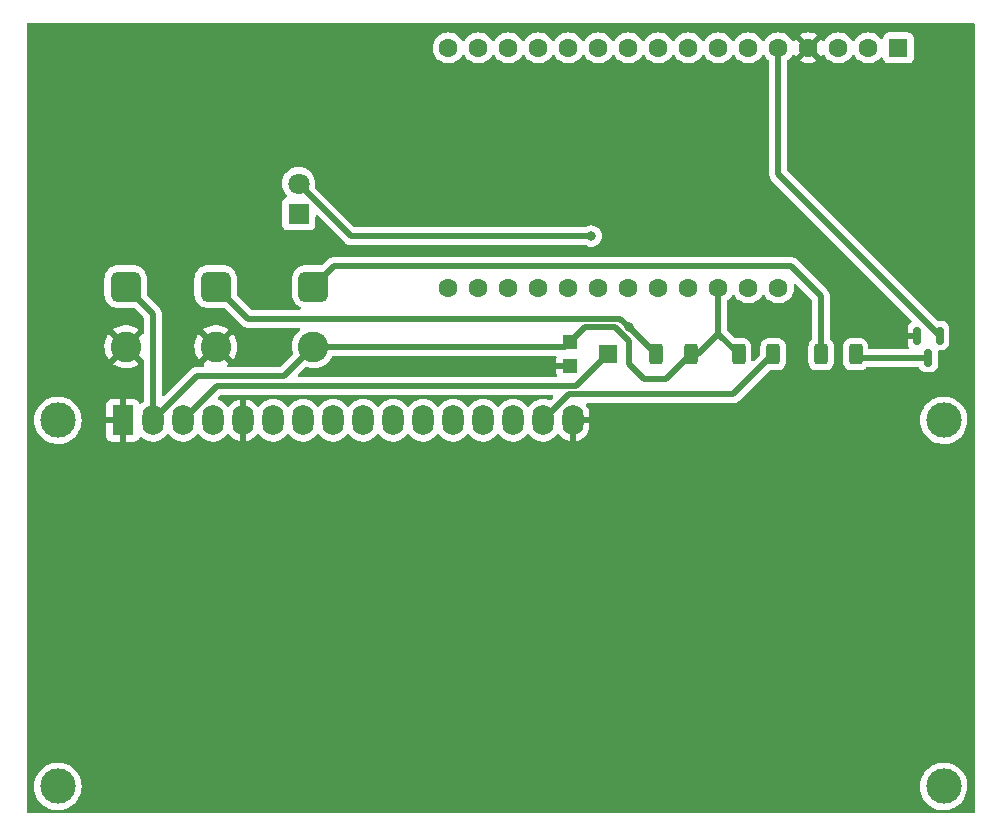
<source format=gbr>
%TF.GenerationSoftware,KiCad,Pcbnew,(6.0.5)*%
%TF.CreationDate,2022-11-16T22:17:36-08:00*%
%TF.ProjectId,ECE411,45434534-3131-42e6-9b69-6361645f7063,rev?*%
%TF.SameCoordinates,Original*%
%TF.FileFunction,Copper,L1,Top*%
%TF.FilePolarity,Positive*%
%FSLAX46Y46*%
G04 Gerber Fmt 4.6, Leading zero omitted, Abs format (unit mm)*
G04 Created by KiCad (PCBNEW (6.0.5)) date 2022-11-16 22:17:36*
%MOMM*%
%LPD*%
G01*
G04 APERTURE LIST*
G04 Aperture macros list*
%AMRoundRect*
0 Rectangle with rounded corners*
0 $1 Rounding radius*
0 $2 $3 $4 $5 $6 $7 $8 $9 X,Y pos of 4 corners*
0 Add a 4 corners polygon primitive as box body*
4,1,4,$2,$3,$4,$5,$6,$7,$8,$9,$2,$3,0*
0 Add four circle primitives for the rounded corners*
1,1,$1+$1,$2,$3*
1,1,$1+$1,$4,$5*
1,1,$1+$1,$6,$7*
1,1,$1+$1,$8,$9*
0 Add four rect primitives between the rounded corners*
20,1,$1+$1,$2,$3,$4,$5,0*
20,1,$1+$1,$4,$5,$6,$7,0*
20,1,$1+$1,$6,$7,$8,$9,0*
20,1,$1+$1,$8,$9,$2,$3,0*%
G04 Aperture macros list end*
%TA.AperFunction,ComponentPad*%
%ADD10R,1.800000X1.800000*%
%TD*%
%TA.AperFunction,ComponentPad*%
%ADD11C,1.800000*%
%TD*%
%TA.AperFunction,ComponentPad*%
%ADD12RoundRect,0.650000X-0.650000X0.650000X-0.650000X-0.650000X0.650000X-0.650000X0.650000X0.650000X0*%
%TD*%
%TA.AperFunction,ComponentPad*%
%ADD13C,2.600000*%
%TD*%
%TA.AperFunction,SMDPad,CuDef*%
%ADD14RoundRect,0.250000X-0.312500X-0.625000X0.312500X-0.625000X0.312500X0.625000X-0.312500X0.625000X0*%
%TD*%
%TA.AperFunction,ComponentPad*%
%ADD15C,3.000000*%
%TD*%
%TA.AperFunction,ComponentPad*%
%ADD16R,1.800000X2.600000*%
%TD*%
%TA.AperFunction,ComponentPad*%
%ADD17O,1.800000X2.600000*%
%TD*%
%TA.AperFunction,SMDPad,CuDef*%
%ADD18RoundRect,0.250000X0.312500X0.625000X-0.312500X0.625000X-0.312500X-0.625000X0.312500X-0.625000X0*%
%TD*%
%TA.AperFunction,ComponentPad*%
%ADD19R,1.600000X1.600000*%
%TD*%
%TA.AperFunction,ComponentPad*%
%ADD20C,1.600000*%
%TD*%
%TA.AperFunction,SMDPad,CuDef*%
%ADD21RoundRect,0.150000X-0.150000X0.587500X-0.150000X-0.587500X0.150000X-0.587500X0.150000X0.587500X0*%
%TD*%
%TA.AperFunction,SMDPad,CuDef*%
%ADD22R,1.200000X1.200000*%
%TD*%
%TA.AperFunction,SMDPad,CuDef*%
%ADD23R,1.500000X1.600000*%
%TD*%
%TA.AperFunction,ViaPad*%
%ADD24C,0.800000*%
%TD*%
%TA.AperFunction,Conductor*%
%ADD25C,0.500000*%
%TD*%
G04 APERTURE END LIST*
D10*
%TO.P,D1,1,K*%
%TO.N,Net-(D1-Pad1)*%
X130810000Y-78110000D03*
D11*
%TO.P,D1,2,A*%
%TO.N,Net-(A1-Pad23)*%
X130810000Y-75570000D03*
%TD*%
D12*
%TO.P,J2-ToMoistSense1,1,Pin_1*%
%TO.N,Net-(A1-Pad6)*%
X123795480Y-84292020D03*
D13*
%TO.P,J2-ToMoistSense1,2,Pin_2*%
%TO.N,GND*%
X123795480Y-89372020D03*
%TD*%
D12*
%TO.P,Batt1,1,+*%
%TO.N,+BATT*%
X116175480Y-84292020D03*
D13*
%TO.P,Batt1,2,-*%
%TO.N,GND*%
X116175480Y-89372020D03*
%TD*%
D14*
%TO.P,R3,1*%
%TO.N,+BATT*%
X168052980Y-90007020D03*
%TO.P,R3,2*%
%TO.N,Net-(DS1-Pad15)*%
X170977980Y-90007020D03*
%TD*%
D15*
%TO.P,DS1,*%
%TO.N,*%
X185425480Y-95604520D03*
X110426380Y-95604520D03*
X110426380Y-126605220D03*
X185424960Y-126605220D03*
D16*
%TO.P,DS1,1,VSS*%
%TO.N,GND*%
X115925480Y-95604520D03*
D17*
%TO.P,DS1,2,VDD*%
%TO.N,+BATT*%
X118465480Y-95604520D03*
%TO.P,DS1,3,VO*%
%TO.N,Net-(DS1-Pad3)*%
X121005480Y-95604520D03*
%TO.P,DS1,4,RS*%
%TO.N,Net-(A1-Pad13)*%
X123545480Y-95604520D03*
%TO.P,DS1,5,R/W*%
%TO.N,GND*%
X126085480Y-95604520D03*
%TO.P,DS1,6,E*%
%TO.N,Net-(A1-Pad17)*%
X128625480Y-95604520D03*
%TO.P,DS1,7,D0*%
%TO.N,unconnected-(DS1-Pad7)*%
X131165480Y-95604520D03*
%TO.P,DS1,8,D1*%
%TO.N,unconnected-(DS1-Pad8)*%
X133705480Y-95604520D03*
%TO.P,DS1,9,D2*%
%TO.N,unconnected-(DS1-Pad9)*%
X136245480Y-95604520D03*
%TO.P,DS1,10,D3*%
%TO.N,unconnected-(DS1-Pad10)*%
X138785480Y-95604520D03*
%TO.P,DS1,11,D4*%
%TO.N,Net-(A1-Pad19)*%
X141325480Y-95604520D03*
%TO.P,DS1,12,D5*%
%TO.N,Net-(A1-Pad20)*%
X143865480Y-95604520D03*
%TO.P,DS1,13,D6*%
%TO.N,Net-(A1-Pad21)*%
X146405480Y-95604520D03*
%TO.P,DS1,14,D7*%
%TO.N,Net-(A1-Pad22)*%
X148945480Y-95604520D03*
%TO.P,DS1,15,LED(+)*%
%TO.N,Net-(DS1-Pad15)*%
X151485480Y-95604520D03*
%TO.P,DS1,16,LED(-)*%
%TO.N,GND*%
X154025480Y-95604520D03*
%TD*%
D18*
%TO.P,R4,1*%
%TO.N,+BATT*%
X163992980Y-90007020D03*
%TO.P,R4,2*%
%TO.N,Net-(A1-Pad6)*%
X161067980Y-90007020D03*
%TD*%
D19*
%TO.P,A1,1,~{RESET}*%
%TO.N,unconnected-(A1-Pad1)*%
X181580480Y-64079520D03*
D20*
%TO.P,A1,2,3V3*%
%TO.N,unconnected-(A1-Pad2)*%
X179040480Y-64079520D03*
%TO.P,A1,3,NC*%
%TO.N,unconnected-(A1-Pad3)*%
X176500480Y-64079520D03*
%TO.P,A1,4,GND*%
%TO.N,GND*%
X173960480Y-64079520D03*
%TO.P,A1,5,DAC2/A0*%
%TO.N,Net-(A1-Pad5)*%
X171420480Y-64079520D03*
%TO.P,A1,6,DAC1/A1*%
%TO.N,Net-(A1-Pad6)*%
X168880480Y-64079520D03*
%TO.P,A1,7,I34/A2*%
%TO.N,unconnected-(A1-Pad7)*%
X166340480Y-64079520D03*
%TO.P,A1,8,I39/A3*%
%TO.N,unconnected-(A1-Pad8)*%
X163800480Y-64079520D03*
%TO.P,A1,9,IO36/A4*%
%TO.N,unconnected-(A1-Pad9)*%
X161260480Y-64079520D03*
%TO.P,A1,10,IO4/A5*%
%TO.N,unconnected-(A1-Pad10)*%
X158720480Y-64079520D03*
%TO.P,A1,11,SCK/IO5*%
%TO.N,unconnected-(A1-Pad11)*%
X156180480Y-64079520D03*
%TO.P,A1,12,MOSI/IO18*%
%TO.N,unconnected-(A1-Pad12)*%
X153640480Y-64079520D03*
%TO.P,A1,13,MISO/IO19*%
%TO.N,Net-(A1-Pad13)*%
X151100480Y-64079520D03*
%TO.P,A1,14,RX/IO16*%
%TO.N,unconnected-(A1-Pad14)*%
X148560480Y-64079520D03*
%TO.P,A1,15,TX/IO17*%
%TO.N,unconnected-(A1-Pad15)*%
X146020480Y-64079520D03*
%TO.P,A1,16,IO21*%
%TO.N,unconnected-(A1-Pad16)*%
X143480480Y-64079520D03*
%TO.P,A1,17,SDA/IO23*%
%TO.N,Net-(A1-Pad17)*%
X143480480Y-84399520D03*
%TO.P,A1,18,SCL/IO22*%
%TO.N,unconnected-(A1-Pad18)*%
X146020480Y-84399520D03*
%TO.P,A1,19,A6/IO14*%
%TO.N,Net-(A1-Pad19)*%
X148560480Y-84399520D03*
%TO.P,A1,20,A7/IO32*%
%TO.N,Net-(A1-Pad20)*%
X151100480Y-84399520D03*
%TO.P,A1,21,A8/IO15*%
%TO.N,Net-(A1-Pad21)*%
X153640480Y-84399520D03*
%TO.P,A1,22,A9/IO33*%
%TO.N,Net-(A1-Pad22)*%
X156180480Y-84399520D03*
%TO.P,A1,23,A10/IO27*%
%TO.N,Net-(A1-Pad23)*%
X158720480Y-84399520D03*
%TO.P,A1,24,A11/IO12*%
%TO.N,unconnected-(A1-Pad24)*%
X161260480Y-84399520D03*
%TO.P,A1,25,A12/IO13*%
%TO.N,unconnected-(A1-Pad25)*%
X163800480Y-84399520D03*
%TO.P,A1,26,USB*%
%TO.N,+BATT*%
X166340480Y-84399520D03*
%TO.P,A1,27,EN*%
%TO.N,unconnected-(A1-Pad27)*%
X168880480Y-84399520D03*
%TO.P,A1,28,VBAT*%
%TO.N,unconnected-(A1-Pad28)*%
X171420480Y-84399520D03*
%TD*%
D14*
%TO.P,R2,1*%
%TO.N,Net-(J1-ToPump1-Pad1)*%
X175037980Y-90007020D03*
%TO.P,R2,2*%
%TO.N,Net-(Q1-Pad3)*%
X177962980Y-90007020D03*
%TD*%
D12*
%TO.P,J1-ToPump1,1,Pin_1*%
%TO.N,Net-(J1-ToPump1-Pad1)*%
X132050480Y-84292020D03*
D13*
%TO.P,J1-ToPump1,2,Pin_2*%
%TO.N,+BATT*%
X132050480Y-89372020D03*
%TD*%
D21*
%TO.P,Q1,1,G*%
%TO.N,Net-(A1-Pad5)*%
X185070480Y-88434520D03*
%TO.P,Q1,2,S*%
%TO.N,GND*%
X183170480Y-88434520D03*
%TO.P,Q1,3,D*%
%TO.N,Net-(Q1-Pad3)*%
X184120480Y-90309520D03*
%TD*%
D22*
%TO.P,R1,1,1*%
%TO.N,+BATT*%
X153745480Y-89007020D03*
D23*
%TO.P,R1,2,2*%
%TO.N,Net-(DS1-Pad3)*%
X156995480Y-90007020D03*
D22*
%TO.P,R1,3,3*%
%TO.N,GND*%
X153745480Y-91007020D03*
%TD*%
D24*
%TO.N,GND*%
X138430000Y-91440000D03*
X151765000Y-91440000D03*
%TO.N,Net-(A1-Pad23)*%
X155575000Y-80010000D03*
%TO.N,Net-(A1-Pad6)*%
X158808469Y-87747509D03*
%TO.N,GND*%
X119350480Y-70957020D03*
X176500480Y-83657020D03*
X157450480Y-115407020D03*
X176500480Y-96357020D03*
X138400480Y-70957020D03*
X157450480Y-70957020D03*
X138400480Y-115407020D03*
X176500480Y-115407020D03*
X119350480Y-115407020D03*
X151100480Y-77307020D03*
X176500480Y-70957020D03*
X120015000Y-90007020D03*
%TD*%
D25*
%TO.N,Net-(A1-Pad23)*%
X135250000Y-80010000D02*
X130810000Y-75570000D01*
X155575000Y-80010000D02*
X135250000Y-80010000D01*
%TO.N,+BATT*%
X153380480Y-89372020D02*
X153745480Y-89007020D01*
X132050480Y-89372020D02*
X153380480Y-89372020D01*
X129575000Y-91847500D02*
X132050480Y-89372020D01*
X155057980Y-87694520D02*
X153745480Y-89007020D01*
%TO.N,Net-(DS1-Pad15)*%
X153680480Y-93409520D02*
X151485480Y-95604520D01*
X167575480Y-93409520D02*
X153680480Y-93409520D01*
X170977980Y-90007020D02*
X167575480Y-93409520D01*
%TO.N,Net-(J1-ToPump1-Pad1)*%
X175037980Y-85118750D02*
X175037980Y-90007020D01*
X133792500Y-82550000D02*
X172469230Y-82550000D01*
X132050480Y-84292020D02*
X133792500Y-82550000D01*
X172469230Y-82550000D02*
X175037980Y-85118750D01*
%TO.N,+BATT*%
X161925000Y-92075000D02*
X163992980Y-90007020D01*
X160020000Y-92075000D02*
X161925000Y-92075000D01*
X155057980Y-87694520D02*
X157554089Y-87694520D01*
X157554089Y-87694520D02*
X158750000Y-88890431D01*
X158750000Y-88890431D02*
X158750000Y-90805000D01*
X158750000Y-90805000D02*
X160020000Y-92075000D01*
%TO.N,Net-(DS1-Pad3)*%
X154292500Y-92710000D02*
X123900000Y-92710000D01*
X123900000Y-92710000D02*
X121005480Y-95604520D01*
X156995480Y-90007020D02*
X154292500Y-92710000D01*
%TO.N,Net-(A1-Pad6)*%
X126498460Y-86995000D02*
X123795480Y-84292020D01*
X158055960Y-86995000D02*
X126498460Y-86995000D01*
X158808469Y-87747509D02*
X158055960Y-86995000D01*
%TO.N,+BATT*%
X129575000Y-91847500D02*
X122222500Y-91847500D01*
X122222500Y-91847500D02*
X118465480Y-95604520D01*
X118465480Y-86582020D02*
X116175480Y-84292020D01*
X118465480Y-95604520D02*
X118465480Y-86582020D01*
%TO.N,Net-(A1-Pad6)*%
X161067980Y-90007020D02*
X158808469Y-87747509D01*
%TO.N,Net-(A1-Pad5)*%
X185070480Y-88434520D02*
X171420480Y-74784520D01*
X171420480Y-74784520D02*
X171420480Y-64079520D01*
%TO.N,+BATT*%
X166340480Y-88294520D02*
X166340480Y-84399520D01*
X164627980Y-90007020D02*
X166340480Y-88294520D01*
X163992980Y-90007020D02*
X164627980Y-90007020D01*
X168052980Y-90007020D02*
X166340480Y-88294520D01*
%TO.N,Net-(Q1-Pad3)*%
X178265480Y-90309520D02*
X177962980Y-90007020D01*
X184120480Y-90309520D02*
X178265480Y-90309520D01*
%TD*%
%TA.AperFunction,Conductor*%
%TO.N,GND*%
G36*
X187999101Y-61960522D02*
G01*
X188045594Y-62014178D01*
X188056980Y-62066520D01*
X188056980Y-128742520D01*
X188036978Y-128810641D01*
X187983322Y-128857134D01*
X187930980Y-128868520D01*
X107919980Y-128868520D01*
X107851859Y-128848518D01*
X107805366Y-128794862D01*
X107793980Y-128742520D01*
X107793980Y-126584138D01*
X108413297Y-126584138D01*
X108429062Y-126857540D01*
X108429887Y-126861745D01*
X108429888Y-126861753D01*
X108440507Y-126915877D01*
X108481785Y-127126273D01*
X108483172Y-127130323D01*
X108483173Y-127130328D01*
X108503985Y-127191115D01*
X108570492Y-127385364D01*
X108693540Y-127630019D01*
X108695966Y-127633548D01*
X108695969Y-127633554D01*
X108846223Y-127852173D01*
X108848654Y-127855710D01*
X109032962Y-128058263D01*
X109243055Y-128233927D01*
X109246696Y-128236211D01*
X109471404Y-128377171D01*
X109471408Y-128377173D01*
X109475044Y-128379454D01*
X109542924Y-128410103D01*
X109720725Y-128490384D01*
X109720729Y-128490386D01*
X109724637Y-128492150D01*
X109728757Y-128493370D01*
X109728756Y-128493370D01*
X109983103Y-128568711D01*
X109983107Y-128568712D01*
X109987216Y-128569929D01*
X109991450Y-128570577D01*
X109991455Y-128570578D01*
X110253678Y-128610703D01*
X110253680Y-128610703D01*
X110257920Y-128611352D01*
X110397292Y-128613542D01*
X110527451Y-128615587D01*
X110527457Y-128615587D01*
X110531742Y-128615654D01*
X110803615Y-128582754D01*
X111068507Y-128513261D01*
X111072467Y-128511621D01*
X111072472Y-128511619D01*
X111195011Y-128460861D01*
X111321516Y-128408461D01*
X111557962Y-128270293D01*
X111773469Y-128101314D01*
X111815189Y-128058263D01*
X111961066Y-127907729D01*
X111964049Y-127904651D01*
X111966582Y-127901203D01*
X111966586Y-127901198D01*
X112123637Y-127687398D01*
X112126175Y-127683943D01*
X112153534Y-127633554D01*
X112254798Y-127447050D01*
X112254799Y-127447048D01*
X112256848Y-127443274D01*
X112353649Y-127187097D01*
X112414787Y-126920153D01*
X112439131Y-126647381D01*
X112439573Y-126605220D01*
X112438136Y-126584138D01*
X183411877Y-126584138D01*
X183427642Y-126857540D01*
X183428467Y-126861745D01*
X183428468Y-126861753D01*
X183439087Y-126915877D01*
X183480365Y-127126273D01*
X183481752Y-127130323D01*
X183481753Y-127130328D01*
X183502565Y-127191115D01*
X183569072Y-127385364D01*
X183692120Y-127630019D01*
X183694546Y-127633548D01*
X183694549Y-127633554D01*
X183844803Y-127852173D01*
X183847234Y-127855710D01*
X184031542Y-128058263D01*
X184241635Y-128233927D01*
X184245276Y-128236211D01*
X184469984Y-128377171D01*
X184469988Y-128377173D01*
X184473624Y-128379454D01*
X184541504Y-128410103D01*
X184719305Y-128490384D01*
X184719309Y-128490386D01*
X184723217Y-128492150D01*
X184727337Y-128493370D01*
X184727336Y-128493370D01*
X184981683Y-128568711D01*
X184981687Y-128568712D01*
X184985796Y-128569929D01*
X184990030Y-128570577D01*
X184990035Y-128570578D01*
X185252258Y-128610703D01*
X185252260Y-128610703D01*
X185256500Y-128611352D01*
X185395872Y-128613542D01*
X185526031Y-128615587D01*
X185526037Y-128615587D01*
X185530322Y-128615654D01*
X185802195Y-128582754D01*
X186067087Y-128513261D01*
X186071047Y-128511621D01*
X186071052Y-128511619D01*
X186193591Y-128460861D01*
X186320096Y-128408461D01*
X186556542Y-128270293D01*
X186772049Y-128101314D01*
X186813769Y-128058263D01*
X186959646Y-127907729D01*
X186962629Y-127904651D01*
X186965162Y-127901203D01*
X186965166Y-127901198D01*
X187122217Y-127687398D01*
X187124755Y-127683943D01*
X187152114Y-127633554D01*
X187253378Y-127447050D01*
X187253379Y-127447048D01*
X187255428Y-127443274D01*
X187352229Y-127187097D01*
X187413367Y-126920153D01*
X187437711Y-126647381D01*
X187438153Y-126605220D01*
X187419527Y-126331998D01*
X187363992Y-126063832D01*
X187272577Y-125805685D01*
X187146973Y-125562332D01*
X187137000Y-125548141D01*
X186991968Y-125341782D01*
X186989505Y-125338277D01*
X186803085Y-125137665D01*
X186799770Y-125134951D01*
X186799766Y-125134948D01*
X186594483Y-124966926D01*
X186591165Y-124964210D01*
X186357664Y-124821121D01*
X186353728Y-124819393D01*
X186110833Y-124712769D01*
X186110829Y-124712768D01*
X186106905Y-124711045D01*
X185843526Y-124636020D01*
X185839284Y-124635416D01*
X185839278Y-124635415D01*
X185638794Y-124606882D01*
X185572403Y-124597433D01*
X185428549Y-124596680D01*
X185302837Y-124596022D01*
X185302831Y-124596022D01*
X185298551Y-124596000D01*
X185294307Y-124596559D01*
X185294303Y-124596559D01*
X185175262Y-124612231D01*
X185027038Y-124631745D01*
X185022898Y-124632878D01*
X185022896Y-124632878D01*
X184949968Y-124652829D01*
X184762888Y-124704008D01*
X184758940Y-124705692D01*
X184514942Y-124809766D01*
X184514938Y-124809768D01*
X184510990Y-124811452D01*
X184491085Y-124823365D01*
X184279685Y-124949884D01*
X184279681Y-124949887D01*
X184276003Y-124952088D01*
X184062278Y-125123314D01*
X183873768Y-125321962D01*
X183713962Y-125544356D01*
X183585817Y-125786381D01*
X183584345Y-125790404D01*
X183584343Y-125790408D01*
X183577274Y-125809726D01*
X183491703Y-126043557D01*
X183433364Y-126311127D01*
X183411877Y-126584138D01*
X112438136Y-126584138D01*
X112420947Y-126331998D01*
X112365412Y-126063832D01*
X112273997Y-125805685D01*
X112148393Y-125562332D01*
X112138420Y-125548141D01*
X111993388Y-125341782D01*
X111990925Y-125338277D01*
X111804505Y-125137665D01*
X111801190Y-125134951D01*
X111801186Y-125134948D01*
X111595903Y-124966926D01*
X111592585Y-124964210D01*
X111359084Y-124821121D01*
X111355148Y-124819393D01*
X111112253Y-124712769D01*
X111112249Y-124712768D01*
X111108325Y-124711045D01*
X110844946Y-124636020D01*
X110840704Y-124635416D01*
X110840698Y-124635415D01*
X110640214Y-124606882D01*
X110573823Y-124597433D01*
X110429969Y-124596680D01*
X110304257Y-124596022D01*
X110304251Y-124596022D01*
X110299971Y-124596000D01*
X110295727Y-124596559D01*
X110295723Y-124596559D01*
X110176682Y-124612231D01*
X110028458Y-124631745D01*
X110024318Y-124632878D01*
X110024316Y-124632878D01*
X109951388Y-124652829D01*
X109764308Y-124704008D01*
X109760360Y-124705692D01*
X109516362Y-124809766D01*
X109516358Y-124809768D01*
X109512410Y-124811452D01*
X109492505Y-124823365D01*
X109281105Y-124949884D01*
X109281101Y-124949887D01*
X109277423Y-124952088D01*
X109063698Y-125123314D01*
X108875188Y-125321962D01*
X108715382Y-125544356D01*
X108587237Y-125786381D01*
X108585765Y-125790404D01*
X108585763Y-125790408D01*
X108578694Y-125809726D01*
X108493123Y-126043557D01*
X108434784Y-126311127D01*
X108413297Y-126584138D01*
X107793980Y-126584138D01*
X107793980Y-95583438D01*
X108413297Y-95583438D01*
X108429062Y-95856840D01*
X108429887Y-95861045D01*
X108429888Y-95861053D01*
X108440507Y-95915177D01*
X108481785Y-96125573D01*
X108483172Y-96129623D01*
X108483173Y-96129628D01*
X108568091Y-96377652D01*
X108570492Y-96384664D01*
X108572419Y-96388495D01*
X108677514Y-96597454D01*
X108693540Y-96629319D01*
X108695966Y-96632848D01*
X108695969Y-96632854D01*
X108846223Y-96851473D01*
X108848654Y-96855010D01*
X108851541Y-96858183D01*
X108851542Y-96858184D01*
X108884260Y-96894141D01*
X109032962Y-97057563D01*
X109243055Y-97233227D01*
X109246696Y-97235511D01*
X109471404Y-97376471D01*
X109471408Y-97376473D01*
X109475044Y-97378754D01*
X109549010Y-97412151D01*
X109720725Y-97489684D01*
X109720729Y-97489686D01*
X109724637Y-97491450D01*
X109728757Y-97492670D01*
X109728756Y-97492670D01*
X109983103Y-97568011D01*
X109983107Y-97568012D01*
X109987216Y-97569229D01*
X109991450Y-97569877D01*
X109991455Y-97569878D01*
X110253678Y-97610003D01*
X110253680Y-97610003D01*
X110257920Y-97610652D01*
X110397292Y-97612842D01*
X110527451Y-97614887D01*
X110527457Y-97614887D01*
X110531742Y-97614954D01*
X110803615Y-97582054D01*
X111068507Y-97512561D01*
X111072467Y-97510921D01*
X111072472Y-97510919D01*
X111302004Y-97415843D01*
X111321516Y-97407761D01*
X111486468Y-97311371D01*
X111554259Y-97271757D01*
X111554260Y-97271756D01*
X111557962Y-97269593D01*
X111773469Y-97100614D01*
X111788055Y-97085563D01*
X111920210Y-96949189D01*
X114517481Y-96949189D01*
X114517851Y-96956010D01*
X114523375Y-97006872D01*
X114527001Y-97022124D01*
X114572156Y-97142574D01*
X114580694Y-97158169D01*
X114657195Y-97260244D01*
X114669756Y-97272805D01*
X114771831Y-97349306D01*
X114787426Y-97357844D01*
X114907874Y-97402998D01*
X114923129Y-97406625D01*
X114973994Y-97412151D01*
X114980808Y-97412520D01*
X115653365Y-97412520D01*
X115668604Y-97408045D01*
X115669809Y-97406655D01*
X115671480Y-97398972D01*
X115671480Y-95876635D01*
X115667005Y-95861396D01*
X115665615Y-95860191D01*
X115657932Y-95858520D01*
X114535596Y-95858520D01*
X114520357Y-95862995D01*
X114519152Y-95864385D01*
X114517481Y-95872068D01*
X114517481Y-96949189D01*
X111920210Y-96949189D01*
X111961066Y-96907029D01*
X111964049Y-96903951D01*
X111966582Y-96900503D01*
X111966586Y-96900498D01*
X112123637Y-96686698D01*
X112126175Y-96683243D01*
X112153534Y-96632854D01*
X112254798Y-96446350D01*
X112254799Y-96446348D01*
X112256848Y-96442574D01*
X112353649Y-96186397D01*
X112414787Y-95919453D01*
X112418609Y-95876635D01*
X112438911Y-95649147D01*
X112438911Y-95649145D01*
X112439131Y-95646681D01*
X112439573Y-95604520D01*
X112423034Y-95361906D01*
X112421239Y-95335575D01*
X112421238Y-95335569D01*
X112421022Y-95332405D01*
X114517480Y-95332405D01*
X114521955Y-95347644D01*
X114523345Y-95348849D01*
X114531028Y-95350520D01*
X115653365Y-95350520D01*
X115668604Y-95346045D01*
X115669809Y-95344655D01*
X115671480Y-95336972D01*
X115671480Y-93814636D01*
X115667005Y-93799397D01*
X115665615Y-93798192D01*
X115657932Y-93796521D01*
X114980811Y-93796521D01*
X114973990Y-93796891D01*
X114923128Y-93802415D01*
X114907876Y-93806041D01*
X114787426Y-93851196D01*
X114771831Y-93859734D01*
X114669756Y-93936235D01*
X114657195Y-93948796D01*
X114580694Y-94050871D01*
X114572156Y-94066466D01*
X114527002Y-94186914D01*
X114523375Y-94202169D01*
X114517849Y-94253034D01*
X114517480Y-94259848D01*
X114517480Y-95332405D01*
X112421022Y-95332405D01*
X112420947Y-95331298D01*
X112365412Y-95063132D01*
X112273997Y-94804985D01*
X112148393Y-94561632D01*
X112138420Y-94547441D01*
X111993388Y-94341082D01*
X111990925Y-94337577D01*
X111884911Y-94223492D01*
X111807426Y-94140108D01*
X111807423Y-94140105D01*
X111804505Y-94136965D01*
X111801190Y-94134251D01*
X111801186Y-94134248D01*
X111670449Y-94027241D01*
X111592585Y-93963510D01*
X111359084Y-93820421D01*
X111355148Y-93818693D01*
X111112253Y-93712069D01*
X111112249Y-93712068D01*
X111108325Y-93710345D01*
X110844946Y-93635320D01*
X110840704Y-93634716D01*
X110840698Y-93634715D01*
X110640214Y-93606182D01*
X110573823Y-93596733D01*
X110429969Y-93595980D01*
X110304257Y-93595322D01*
X110304251Y-93595322D01*
X110299971Y-93595300D01*
X110295727Y-93595859D01*
X110295723Y-93595859D01*
X110176682Y-93611531D01*
X110028458Y-93631045D01*
X110024318Y-93632178D01*
X110024316Y-93632178D01*
X109951388Y-93652129D01*
X109764308Y-93703308D01*
X109760360Y-93704992D01*
X109516362Y-93809066D01*
X109516358Y-93809068D01*
X109512410Y-93810752D01*
X109468155Y-93837238D01*
X109281105Y-93949184D01*
X109281101Y-93949187D01*
X109277423Y-93951388D01*
X109063698Y-94122614D01*
X108875188Y-94321262D01*
X108715382Y-94543656D01*
X108587237Y-94785681D01*
X108585765Y-94789704D01*
X108585763Y-94789708D01*
X108522983Y-94961261D01*
X108493123Y-95042857D01*
X108434784Y-95310427D01*
X108413297Y-95583438D01*
X107793980Y-95583438D01*
X107793980Y-90816926D01*
X115095319Y-90816926D01*
X115104033Y-90828447D01*
X115210932Y-90906829D01*
X115218831Y-90911765D01*
X115448385Y-91032539D01*
X115456934Y-91036256D01*
X115701807Y-91121769D01*
X115710816Y-91124183D01*
X115965646Y-91172564D01*
X115974903Y-91173618D01*
X116234087Y-91183803D01*
X116243401Y-91183477D01*
X116501233Y-91155240D01*
X116510410Y-91153539D01*
X116761238Y-91087501D01*
X116770054Y-91084465D01*
X117008360Y-90982082D01*
X117016647Y-90977768D01*
X117237198Y-90841286D01*
X117244748Y-90835800D01*
X117250039Y-90831321D01*
X117258477Y-90818517D01*
X117252415Y-90808165D01*
X116188292Y-89744042D01*
X116174348Y-89736428D01*
X116172515Y-89736559D01*
X116165900Y-89740810D01*
X115101977Y-90804733D01*
X115095319Y-90816926D01*
X107793980Y-90816926D01*
X107793980Y-89329231D01*
X114363255Y-89329231D01*
X114375700Y-89588308D01*
X114376836Y-89597563D01*
X114427441Y-89851965D01*
X114429929Y-89860937D01*
X114517575Y-90105053D01*
X114521375Y-90113588D01*
X114644138Y-90342062D01*
X114649146Y-90349924D01*
X114719200Y-90443736D01*
X114730459Y-90452185D01*
X114742877Y-90445413D01*
X115803458Y-89384832D01*
X115811072Y-89370888D01*
X115810941Y-89369055D01*
X115806690Y-89362440D01*
X114741296Y-88297046D01*
X114727987Y-88289778D01*
X114717952Y-88296898D01*
X114702417Y-88315576D01*
X114697011Y-88323155D01*
X114562445Y-88544911D01*
X114558216Y-88553212D01*
X114457912Y-88792409D01*
X114454951Y-88801259D01*
X114391108Y-89052645D01*
X114389486Y-89061842D01*
X114363500Y-89319905D01*
X114363255Y-89329231D01*
X107793980Y-89329231D01*
X107793980Y-87924709D01*
X115092582Y-87924709D01*
X115097155Y-87934485D01*
X116162668Y-88999998D01*
X116176612Y-89007612D01*
X116178445Y-89007481D01*
X116185060Y-89003230D01*
X117249829Y-87938461D01*
X117256213Y-87926771D01*
X117246801Y-87914661D01*
X117099525Y-87812491D01*
X117091490Y-87807758D01*
X116858856Y-87693036D01*
X116850223Y-87689548D01*
X116603183Y-87610470D01*
X116594123Y-87608294D01*
X116338110Y-87566600D01*
X116328823Y-87565788D01*
X116069472Y-87562393D01*
X116060161Y-87562963D01*
X115803162Y-87597939D01*
X115794026Y-87599880D01*
X115545023Y-87672459D01*
X115536280Y-87675727D01*
X115300732Y-87784316D01*
X115292577Y-87788836D01*
X115101720Y-87913967D01*
X115092582Y-87924709D01*
X107793980Y-87924709D01*
X107793980Y-83572783D01*
X114366980Y-83572783D01*
X114366981Y-85011256D01*
X114367149Y-85013549D01*
X114367149Y-85013556D01*
X114372942Y-85092732D01*
X114374203Y-85109973D01*
X114424089Y-85316964D01*
X114510860Y-85511398D01*
X114514133Y-85516152D01*
X114514134Y-85516153D01*
X114595145Y-85633804D01*
X114631611Y-85686764D01*
X114635698Y-85690844D01*
X114635699Y-85690845D01*
X114778210Y-85833109D01*
X114778215Y-85833113D01*
X114782297Y-85837188D01*
X114957873Y-85957633D01*
X115042785Y-85995349D01*
X115147181Y-86041720D01*
X115147185Y-86041721D01*
X115152459Y-86044064D01*
X115158080Y-86045408D01*
X115158079Y-86045408D01*
X115354539Y-86092393D01*
X115354543Y-86092394D01*
X115359537Y-86093588D01*
X115395765Y-86096185D01*
X115453993Y-86100359D01*
X115454001Y-86100359D01*
X115456243Y-86100520D01*
X115542200Y-86100520D01*
X116859108Y-86100519D01*
X116927229Y-86120521D01*
X116948203Y-86137424D01*
X117670075Y-86859296D01*
X117704101Y-86921608D01*
X117706980Y-86948391D01*
X117706980Y-88168902D01*
X117686978Y-88237023D01*
X117642744Y-88278726D01*
X117609015Y-88297695D01*
X116547502Y-89359208D01*
X116539888Y-89373152D01*
X116540019Y-89374985D01*
X116544270Y-89381600D01*
X117611574Y-90448904D01*
X117641367Y-90465173D01*
X117691568Y-90515376D01*
X117706980Y-90575760D01*
X117706980Y-93946290D01*
X117686978Y-94014411D01*
X117646345Y-94054009D01*
X117639172Y-94058362D01*
X117632597Y-94062352D01*
X117628573Y-94065844D01*
X117628566Y-94065849D01*
X117557179Y-94127796D01*
X117514910Y-94164476D01*
X117501407Y-94176193D01*
X117436847Y-94205733D01*
X117366566Y-94195679D01*
X117312877Y-94149225D01*
X117300844Y-94125257D01*
X117278805Y-94066468D01*
X117270266Y-94050871D01*
X117193765Y-93948796D01*
X117181204Y-93936235D01*
X117079129Y-93859734D01*
X117063534Y-93851196D01*
X116943086Y-93806042D01*
X116927831Y-93802415D01*
X116876966Y-93796889D01*
X116870152Y-93796520D01*
X116197595Y-93796520D01*
X116182356Y-93800995D01*
X116181151Y-93802385D01*
X116179480Y-93810068D01*
X116179480Y-97394404D01*
X116183955Y-97409643D01*
X116185345Y-97410848D01*
X116193028Y-97412519D01*
X116870149Y-97412519D01*
X116876970Y-97412149D01*
X116927832Y-97406625D01*
X116943084Y-97402999D01*
X117063534Y-97357844D01*
X117079129Y-97349306D01*
X117181204Y-97272805D01*
X117193765Y-97260244D01*
X117270266Y-97158169D01*
X117278804Y-97142574D01*
X117300177Y-97085563D01*
X117342819Y-97028798D01*
X117409381Y-97004099D01*
X117478730Y-97019307D01*
X117509328Y-97042821D01*
X117525120Y-97059376D01*
X117525132Y-97059386D01*
X117528806Y-97063238D01*
X117720580Y-97205922D01*
X117725331Y-97208338D01*
X117725335Y-97208340D01*
X117928894Y-97311834D01*
X117933652Y-97314253D01*
X118046541Y-97349306D01*
X118156829Y-97383552D01*
X118156835Y-97383553D01*
X118161932Y-97385136D01*
X118266322Y-97398972D01*
X118393607Y-97415843D01*
X118393611Y-97415843D01*
X118398891Y-97416543D01*
X118404220Y-97416343D01*
X118404221Y-97416343D01*
X118515925Y-97412149D01*
X118637754Y-97407575D01*
X118737606Y-97386624D01*
X118866464Y-97359587D01*
X118866467Y-97359586D01*
X118871691Y-97358490D01*
X119094013Y-97270691D01*
X119298363Y-97146688D01*
X119355013Y-97097530D01*
X119474866Y-96993527D01*
X119474868Y-96993525D01*
X119478899Y-96990027D01*
X119482282Y-96985901D01*
X119482286Y-96985897D01*
X119627071Y-96809318D01*
X119627073Y-96809315D01*
X119630458Y-96805187D01*
X119633097Y-96800551D01*
X119634425Y-96798619D01*
X119689496Y-96753812D01*
X119760050Y-96745891D01*
X119823685Y-96777372D01*
X119842781Y-96799626D01*
X119903814Y-96890282D01*
X119907493Y-96894139D01*
X119907495Y-96894141D01*
X119966515Y-96956010D01*
X120068806Y-97063238D01*
X120260580Y-97205922D01*
X120265331Y-97208338D01*
X120265335Y-97208340D01*
X120468894Y-97311834D01*
X120473652Y-97314253D01*
X120586541Y-97349306D01*
X120696829Y-97383552D01*
X120696835Y-97383553D01*
X120701932Y-97385136D01*
X120806322Y-97398972D01*
X120933607Y-97415843D01*
X120933611Y-97415843D01*
X120938891Y-97416543D01*
X120944220Y-97416343D01*
X120944221Y-97416343D01*
X121055925Y-97412149D01*
X121177754Y-97407575D01*
X121277606Y-97386624D01*
X121406464Y-97359587D01*
X121406467Y-97359586D01*
X121411691Y-97358490D01*
X121634013Y-97270691D01*
X121838363Y-97146688D01*
X121895013Y-97097530D01*
X122014866Y-96993527D01*
X122014868Y-96993525D01*
X122018899Y-96990027D01*
X122022282Y-96985901D01*
X122022286Y-96985897D01*
X122167071Y-96809318D01*
X122167073Y-96809315D01*
X122170458Y-96805187D01*
X122173097Y-96800551D01*
X122174425Y-96798619D01*
X122229496Y-96753812D01*
X122300050Y-96745891D01*
X122363685Y-96777372D01*
X122382781Y-96799626D01*
X122443814Y-96890282D01*
X122447493Y-96894139D01*
X122447495Y-96894141D01*
X122506515Y-96956010D01*
X122608806Y-97063238D01*
X122800580Y-97205922D01*
X122805331Y-97208338D01*
X122805335Y-97208340D01*
X123008894Y-97311834D01*
X123013652Y-97314253D01*
X123126541Y-97349306D01*
X123236829Y-97383552D01*
X123236835Y-97383553D01*
X123241932Y-97385136D01*
X123346322Y-97398972D01*
X123473607Y-97415843D01*
X123473611Y-97415843D01*
X123478891Y-97416543D01*
X123484220Y-97416343D01*
X123484221Y-97416343D01*
X123595925Y-97412149D01*
X123717754Y-97407575D01*
X123817606Y-97386624D01*
X123946464Y-97359587D01*
X123946467Y-97359586D01*
X123951691Y-97358490D01*
X124174013Y-97270691D01*
X124378363Y-97146688D01*
X124435013Y-97097530D01*
X124554866Y-96993527D01*
X124554868Y-96993525D01*
X124558899Y-96990027D01*
X124562282Y-96985901D01*
X124562286Y-96985897D01*
X124707073Y-96809315D01*
X124710458Y-96805187D01*
X124713099Y-96800547D01*
X124714724Y-96798183D01*
X124769792Y-96753372D01*
X124840345Y-96745447D01*
X124903982Y-96776923D01*
X124923084Y-96799182D01*
X124981231Y-96885549D01*
X124987886Y-96893827D01*
X125145451Y-97058998D01*
X125153422Y-97066050D01*
X125336562Y-97202310D01*
X125345599Y-97207914D01*
X125549086Y-97311371D01*
X125558939Y-97315372D01*
X125776941Y-97383064D01*
X125787328Y-97385348D01*
X125813523Y-97388820D01*
X125827687Y-97386624D01*
X125831480Y-97373439D01*
X125831480Y-93837238D01*
X125827507Y-93823707D01*
X125816900Y-93822182D01*
X125684640Y-93849933D01*
X125674443Y-93852993D01*
X125462140Y-93936835D01*
X125452604Y-93941569D01*
X125257455Y-94059988D01*
X125248862Y-94066254D01*
X125076453Y-94215862D01*
X125069033Y-94223492D01*
X124924299Y-94400009D01*
X124916838Y-94410864D01*
X124861768Y-94455673D01*
X124791215Y-94463596D01*
X124727579Y-94432118D01*
X124708480Y-94409861D01*
X124662175Y-94341082D01*
X124647146Y-94318758D01*
X124626113Y-94296709D01*
X124539325Y-94205733D01*
X124482154Y-94145802D01*
X124290380Y-94003118D01*
X124285629Y-94000702D01*
X124285625Y-94000700D01*
X124082064Y-93897205D01*
X124082063Y-93897205D01*
X124077308Y-93894787D01*
X124072212Y-93893205D01*
X124072208Y-93893203D01*
X124055746Y-93888091D01*
X123996621Y-93848787D01*
X123968132Y-93783757D01*
X123979323Y-93713648D01*
X124004017Y-93678664D01*
X124177276Y-93505405D01*
X124239588Y-93471379D01*
X124266371Y-93468500D01*
X152244629Y-93468500D01*
X152312750Y-93488502D01*
X152359243Y-93542158D01*
X152369347Y-93612432D01*
X152339853Y-93677012D01*
X152333724Y-93683595D01*
X152150881Y-93866438D01*
X152088569Y-93900464D01*
X152017443Y-93894352D01*
X152017308Y-93894787D01*
X152012212Y-93893205D01*
X152012208Y-93893203D01*
X151794131Y-93825488D01*
X151794125Y-93825487D01*
X151789028Y-93823904D01*
X151654256Y-93806041D01*
X151557353Y-93793197D01*
X151557349Y-93793197D01*
X151552069Y-93792497D01*
X151546740Y-93792697D01*
X151546739Y-93792697D01*
X151448971Y-93796368D01*
X151313206Y-93801465D01*
X151268945Y-93810752D01*
X151084496Y-93849453D01*
X151084493Y-93849454D01*
X151079269Y-93850550D01*
X150856947Y-93938349D01*
X150652597Y-94062352D01*
X150648567Y-94065849D01*
X150487365Y-94205733D01*
X150472061Y-94219013D01*
X150468678Y-94223139D01*
X150468674Y-94223143D01*
X150371971Y-94341082D01*
X150320502Y-94403853D01*
X150317863Y-94408489D01*
X150316535Y-94410421D01*
X150261464Y-94455228D01*
X150190910Y-94463149D01*
X150127275Y-94431668D01*
X150108179Y-94409414D01*
X150062175Y-94341082D01*
X150047146Y-94318758D01*
X150026113Y-94296709D01*
X149939325Y-94205733D01*
X149882154Y-94145802D01*
X149690380Y-94003118D01*
X149685629Y-94000702D01*
X149685625Y-94000700D01*
X149482066Y-93897206D01*
X149482064Y-93897205D01*
X149477308Y-93894787D01*
X149341164Y-93852513D01*
X149254131Y-93825488D01*
X149254125Y-93825487D01*
X149249028Y-93823904D01*
X149114256Y-93806041D01*
X149017353Y-93793197D01*
X149017349Y-93793197D01*
X149012069Y-93792497D01*
X149006740Y-93792697D01*
X149006739Y-93792697D01*
X148908971Y-93796368D01*
X148773206Y-93801465D01*
X148728945Y-93810752D01*
X148544496Y-93849453D01*
X148544493Y-93849454D01*
X148539269Y-93850550D01*
X148316947Y-93938349D01*
X148112597Y-94062352D01*
X148108567Y-94065849D01*
X147947365Y-94205733D01*
X147932061Y-94219013D01*
X147928678Y-94223139D01*
X147928674Y-94223143D01*
X147831971Y-94341082D01*
X147780502Y-94403853D01*
X147777863Y-94408489D01*
X147776535Y-94410421D01*
X147721464Y-94455228D01*
X147650910Y-94463149D01*
X147587275Y-94431668D01*
X147568179Y-94409414D01*
X147522175Y-94341082D01*
X147507146Y-94318758D01*
X147486113Y-94296709D01*
X147399325Y-94205733D01*
X147342154Y-94145802D01*
X147150380Y-94003118D01*
X147145629Y-94000702D01*
X147145625Y-94000700D01*
X146942066Y-93897206D01*
X146942064Y-93897205D01*
X146937308Y-93894787D01*
X146801164Y-93852513D01*
X146714131Y-93825488D01*
X146714125Y-93825487D01*
X146709028Y-93823904D01*
X146574256Y-93806041D01*
X146477353Y-93793197D01*
X146477349Y-93793197D01*
X146472069Y-93792497D01*
X146466740Y-93792697D01*
X146466739Y-93792697D01*
X146368971Y-93796368D01*
X146233206Y-93801465D01*
X146188945Y-93810752D01*
X146004496Y-93849453D01*
X146004493Y-93849454D01*
X145999269Y-93850550D01*
X145776947Y-93938349D01*
X145572597Y-94062352D01*
X145568567Y-94065849D01*
X145407365Y-94205733D01*
X145392061Y-94219013D01*
X145388678Y-94223139D01*
X145388674Y-94223143D01*
X145291971Y-94341082D01*
X145240502Y-94403853D01*
X145237863Y-94408489D01*
X145236535Y-94410421D01*
X145181464Y-94455228D01*
X145110910Y-94463149D01*
X145047275Y-94431668D01*
X145028179Y-94409414D01*
X144982175Y-94341082D01*
X144967146Y-94318758D01*
X144946113Y-94296709D01*
X144859325Y-94205733D01*
X144802154Y-94145802D01*
X144610380Y-94003118D01*
X144605629Y-94000702D01*
X144605625Y-94000700D01*
X144402066Y-93897206D01*
X144402064Y-93897205D01*
X144397308Y-93894787D01*
X144261164Y-93852513D01*
X144174131Y-93825488D01*
X144174125Y-93825487D01*
X144169028Y-93823904D01*
X144034256Y-93806041D01*
X143937353Y-93793197D01*
X143937349Y-93793197D01*
X143932069Y-93792497D01*
X143926740Y-93792697D01*
X143926739Y-93792697D01*
X143828971Y-93796368D01*
X143693206Y-93801465D01*
X143648945Y-93810752D01*
X143464496Y-93849453D01*
X143464493Y-93849454D01*
X143459269Y-93850550D01*
X143236947Y-93938349D01*
X143032597Y-94062352D01*
X143028567Y-94065849D01*
X142867365Y-94205733D01*
X142852061Y-94219013D01*
X142848678Y-94223139D01*
X142848674Y-94223143D01*
X142751971Y-94341082D01*
X142700502Y-94403853D01*
X142697863Y-94408489D01*
X142696535Y-94410421D01*
X142641464Y-94455228D01*
X142570910Y-94463149D01*
X142507275Y-94431668D01*
X142488179Y-94409414D01*
X142442175Y-94341082D01*
X142427146Y-94318758D01*
X142406113Y-94296709D01*
X142319325Y-94205733D01*
X142262154Y-94145802D01*
X142070380Y-94003118D01*
X142065629Y-94000702D01*
X142065625Y-94000700D01*
X141862066Y-93897206D01*
X141862064Y-93897205D01*
X141857308Y-93894787D01*
X141721164Y-93852513D01*
X141634131Y-93825488D01*
X141634125Y-93825487D01*
X141629028Y-93823904D01*
X141494256Y-93806041D01*
X141397353Y-93793197D01*
X141397349Y-93793197D01*
X141392069Y-93792497D01*
X141386740Y-93792697D01*
X141386739Y-93792697D01*
X141288971Y-93796368D01*
X141153206Y-93801465D01*
X141108945Y-93810752D01*
X140924496Y-93849453D01*
X140924493Y-93849454D01*
X140919269Y-93850550D01*
X140696947Y-93938349D01*
X140492597Y-94062352D01*
X140488567Y-94065849D01*
X140327365Y-94205733D01*
X140312061Y-94219013D01*
X140308678Y-94223139D01*
X140308674Y-94223143D01*
X140211971Y-94341082D01*
X140160502Y-94403853D01*
X140157863Y-94408489D01*
X140156535Y-94410421D01*
X140101464Y-94455228D01*
X140030910Y-94463149D01*
X139967275Y-94431668D01*
X139948179Y-94409414D01*
X139902175Y-94341082D01*
X139887146Y-94318758D01*
X139866113Y-94296709D01*
X139779325Y-94205733D01*
X139722154Y-94145802D01*
X139530380Y-94003118D01*
X139525629Y-94000702D01*
X139525625Y-94000700D01*
X139322066Y-93897206D01*
X139322064Y-93897205D01*
X139317308Y-93894787D01*
X139181164Y-93852513D01*
X139094131Y-93825488D01*
X139094125Y-93825487D01*
X139089028Y-93823904D01*
X138954256Y-93806041D01*
X138857353Y-93793197D01*
X138857349Y-93793197D01*
X138852069Y-93792497D01*
X138846740Y-93792697D01*
X138846739Y-93792697D01*
X138748971Y-93796368D01*
X138613206Y-93801465D01*
X138568945Y-93810752D01*
X138384496Y-93849453D01*
X138384493Y-93849454D01*
X138379269Y-93850550D01*
X138156947Y-93938349D01*
X137952597Y-94062352D01*
X137948567Y-94065849D01*
X137787365Y-94205733D01*
X137772061Y-94219013D01*
X137768678Y-94223139D01*
X137768674Y-94223143D01*
X137671971Y-94341082D01*
X137620502Y-94403853D01*
X137617863Y-94408489D01*
X137616535Y-94410421D01*
X137561464Y-94455228D01*
X137490910Y-94463149D01*
X137427275Y-94431668D01*
X137408179Y-94409414D01*
X137362175Y-94341082D01*
X137347146Y-94318758D01*
X137326113Y-94296709D01*
X137239325Y-94205733D01*
X137182154Y-94145802D01*
X136990380Y-94003118D01*
X136985629Y-94000702D01*
X136985625Y-94000700D01*
X136782066Y-93897206D01*
X136782064Y-93897205D01*
X136777308Y-93894787D01*
X136641164Y-93852513D01*
X136554131Y-93825488D01*
X136554125Y-93825487D01*
X136549028Y-93823904D01*
X136414256Y-93806041D01*
X136317353Y-93793197D01*
X136317349Y-93793197D01*
X136312069Y-93792497D01*
X136306740Y-93792697D01*
X136306739Y-93792697D01*
X136208971Y-93796368D01*
X136073206Y-93801465D01*
X136028945Y-93810752D01*
X135844496Y-93849453D01*
X135844493Y-93849454D01*
X135839269Y-93850550D01*
X135616947Y-93938349D01*
X135412597Y-94062352D01*
X135408567Y-94065849D01*
X135247365Y-94205733D01*
X135232061Y-94219013D01*
X135228678Y-94223139D01*
X135228674Y-94223143D01*
X135131971Y-94341082D01*
X135080502Y-94403853D01*
X135077863Y-94408489D01*
X135076535Y-94410421D01*
X135021464Y-94455228D01*
X134950910Y-94463149D01*
X134887275Y-94431668D01*
X134868179Y-94409414D01*
X134822175Y-94341082D01*
X134807146Y-94318758D01*
X134786113Y-94296709D01*
X134699325Y-94205733D01*
X134642154Y-94145802D01*
X134450380Y-94003118D01*
X134445629Y-94000702D01*
X134445625Y-94000700D01*
X134242066Y-93897206D01*
X134242064Y-93897205D01*
X134237308Y-93894787D01*
X134101164Y-93852513D01*
X134014131Y-93825488D01*
X134014125Y-93825487D01*
X134009028Y-93823904D01*
X133874256Y-93806041D01*
X133777353Y-93793197D01*
X133777349Y-93793197D01*
X133772069Y-93792497D01*
X133766740Y-93792697D01*
X133766739Y-93792697D01*
X133668971Y-93796368D01*
X133533206Y-93801465D01*
X133488945Y-93810752D01*
X133304496Y-93849453D01*
X133304493Y-93849454D01*
X133299269Y-93850550D01*
X133076947Y-93938349D01*
X132872597Y-94062352D01*
X132868567Y-94065849D01*
X132707365Y-94205733D01*
X132692061Y-94219013D01*
X132688678Y-94223139D01*
X132688674Y-94223143D01*
X132591971Y-94341082D01*
X132540502Y-94403853D01*
X132537863Y-94408489D01*
X132536535Y-94410421D01*
X132481464Y-94455228D01*
X132410910Y-94463149D01*
X132347275Y-94431668D01*
X132328179Y-94409414D01*
X132282175Y-94341082D01*
X132267146Y-94318758D01*
X132246113Y-94296709D01*
X132159325Y-94205733D01*
X132102154Y-94145802D01*
X131910380Y-94003118D01*
X131905629Y-94000702D01*
X131905625Y-94000700D01*
X131702066Y-93897206D01*
X131702064Y-93897205D01*
X131697308Y-93894787D01*
X131561164Y-93852513D01*
X131474131Y-93825488D01*
X131474125Y-93825487D01*
X131469028Y-93823904D01*
X131334256Y-93806041D01*
X131237353Y-93793197D01*
X131237349Y-93793197D01*
X131232069Y-93792497D01*
X131226740Y-93792697D01*
X131226739Y-93792697D01*
X131128971Y-93796368D01*
X130993206Y-93801465D01*
X130948945Y-93810752D01*
X130764496Y-93849453D01*
X130764493Y-93849454D01*
X130759269Y-93850550D01*
X130536947Y-93938349D01*
X130332597Y-94062352D01*
X130328567Y-94065849D01*
X130167365Y-94205733D01*
X130152061Y-94219013D01*
X130148678Y-94223139D01*
X130148674Y-94223143D01*
X130051971Y-94341082D01*
X130000502Y-94403853D01*
X129997863Y-94408489D01*
X129996535Y-94410421D01*
X129941464Y-94455228D01*
X129870910Y-94463149D01*
X129807275Y-94431668D01*
X129788179Y-94409414D01*
X129742175Y-94341082D01*
X129727146Y-94318758D01*
X129706113Y-94296709D01*
X129619325Y-94205733D01*
X129562154Y-94145802D01*
X129370380Y-94003118D01*
X129365629Y-94000702D01*
X129365625Y-94000700D01*
X129162066Y-93897206D01*
X129162064Y-93897205D01*
X129157308Y-93894787D01*
X129021164Y-93852513D01*
X128934131Y-93825488D01*
X128934125Y-93825487D01*
X128929028Y-93823904D01*
X128794256Y-93806041D01*
X128697353Y-93793197D01*
X128697349Y-93793197D01*
X128692069Y-93792497D01*
X128686740Y-93792697D01*
X128686739Y-93792697D01*
X128588971Y-93796368D01*
X128453206Y-93801465D01*
X128408945Y-93810752D01*
X128224496Y-93849453D01*
X128224493Y-93849454D01*
X128219269Y-93850550D01*
X127996947Y-93938349D01*
X127792597Y-94062352D01*
X127788567Y-94065849D01*
X127627365Y-94205733D01*
X127612061Y-94219013D01*
X127608678Y-94223139D01*
X127608674Y-94223143D01*
X127525369Y-94324742D01*
X127460502Y-94403853D01*
X127457861Y-94408493D01*
X127456236Y-94410857D01*
X127401168Y-94455668D01*
X127330615Y-94463593D01*
X127266978Y-94432117D01*
X127247876Y-94409858D01*
X127189729Y-94323491D01*
X127183074Y-94315213D01*
X127025509Y-94150042D01*
X127017538Y-94142990D01*
X126834398Y-94006730D01*
X126825361Y-94001126D01*
X126621874Y-93897669D01*
X126612021Y-93893668D01*
X126394019Y-93825976D01*
X126383632Y-93823692D01*
X126357437Y-93820220D01*
X126343273Y-93822416D01*
X126339480Y-93835601D01*
X126339480Y-97371802D01*
X126343453Y-97385333D01*
X126354060Y-97386858D01*
X126486320Y-97359107D01*
X126496517Y-97356047D01*
X126708820Y-97272205D01*
X126718356Y-97267471D01*
X126913505Y-97149052D01*
X126922098Y-97142786D01*
X127094507Y-96993178D01*
X127101927Y-96985548D01*
X127246661Y-96809031D01*
X127254122Y-96798176D01*
X127309192Y-96753367D01*
X127379745Y-96745444D01*
X127443381Y-96776922D01*
X127462480Y-96799179D01*
X127523814Y-96890282D01*
X127527493Y-96894139D01*
X127527495Y-96894141D01*
X127586515Y-96956010D01*
X127688806Y-97063238D01*
X127880580Y-97205922D01*
X127885331Y-97208338D01*
X127885335Y-97208340D01*
X128088894Y-97311834D01*
X128093652Y-97314253D01*
X128206541Y-97349306D01*
X128316829Y-97383552D01*
X128316835Y-97383553D01*
X128321932Y-97385136D01*
X128426322Y-97398972D01*
X128553607Y-97415843D01*
X128553611Y-97415843D01*
X128558891Y-97416543D01*
X128564220Y-97416343D01*
X128564221Y-97416343D01*
X128675925Y-97412149D01*
X128797754Y-97407575D01*
X128897606Y-97386624D01*
X129026464Y-97359587D01*
X129026467Y-97359586D01*
X129031691Y-97358490D01*
X129254013Y-97270691D01*
X129458363Y-97146688D01*
X129515013Y-97097530D01*
X129634866Y-96993527D01*
X129634868Y-96993525D01*
X129638899Y-96990027D01*
X129642282Y-96985901D01*
X129642286Y-96985897D01*
X129787071Y-96809318D01*
X129787073Y-96809315D01*
X129790458Y-96805187D01*
X129793097Y-96800551D01*
X129794425Y-96798619D01*
X129849496Y-96753812D01*
X129920050Y-96745891D01*
X129983685Y-96777372D01*
X130002781Y-96799626D01*
X130063814Y-96890282D01*
X130067493Y-96894139D01*
X130067495Y-96894141D01*
X130126515Y-96956010D01*
X130228806Y-97063238D01*
X130420580Y-97205922D01*
X130425331Y-97208338D01*
X130425335Y-97208340D01*
X130628894Y-97311834D01*
X130633652Y-97314253D01*
X130746541Y-97349306D01*
X130856829Y-97383552D01*
X130856835Y-97383553D01*
X130861932Y-97385136D01*
X130966322Y-97398972D01*
X131093607Y-97415843D01*
X131093611Y-97415843D01*
X131098891Y-97416543D01*
X131104220Y-97416343D01*
X131104221Y-97416343D01*
X131215925Y-97412149D01*
X131337754Y-97407575D01*
X131437606Y-97386624D01*
X131566464Y-97359587D01*
X131566467Y-97359586D01*
X131571691Y-97358490D01*
X131794013Y-97270691D01*
X131998363Y-97146688D01*
X132055013Y-97097530D01*
X132174866Y-96993527D01*
X132174868Y-96993525D01*
X132178899Y-96990027D01*
X132182282Y-96985901D01*
X132182286Y-96985897D01*
X132327071Y-96809318D01*
X132327073Y-96809315D01*
X132330458Y-96805187D01*
X132333097Y-96800551D01*
X132334425Y-96798619D01*
X132389496Y-96753812D01*
X132460050Y-96745891D01*
X132523685Y-96777372D01*
X132542781Y-96799626D01*
X132603814Y-96890282D01*
X132607493Y-96894139D01*
X132607495Y-96894141D01*
X132666515Y-96956010D01*
X132768806Y-97063238D01*
X132960580Y-97205922D01*
X132965331Y-97208338D01*
X132965335Y-97208340D01*
X133168894Y-97311834D01*
X133173652Y-97314253D01*
X133286541Y-97349306D01*
X133396829Y-97383552D01*
X133396835Y-97383553D01*
X133401932Y-97385136D01*
X133506322Y-97398972D01*
X133633607Y-97415843D01*
X133633611Y-97415843D01*
X133638891Y-97416543D01*
X133644220Y-97416343D01*
X133644221Y-97416343D01*
X133755925Y-97412149D01*
X133877754Y-97407575D01*
X133977606Y-97386624D01*
X134106464Y-97359587D01*
X134106467Y-97359586D01*
X134111691Y-97358490D01*
X134334013Y-97270691D01*
X134538363Y-97146688D01*
X134595013Y-97097530D01*
X134714866Y-96993527D01*
X134714868Y-96993525D01*
X134718899Y-96990027D01*
X134722282Y-96985901D01*
X134722286Y-96985897D01*
X134867071Y-96809318D01*
X134867073Y-96809315D01*
X134870458Y-96805187D01*
X134873097Y-96800551D01*
X134874425Y-96798619D01*
X134929496Y-96753812D01*
X135000050Y-96745891D01*
X135063685Y-96777372D01*
X135082781Y-96799626D01*
X135143814Y-96890282D01*
X135147493Y-96894139D01*
X135147495Y-96894141D01*
X135206515Y-96956010D01*
X135308806Y-97063238D01*
X135500580Y-97205922D01*
X135505331Y-97208338D01*
X135505335Y-97208340D01*
X135708894Y-97311834D01*
X135713652Y-97314253D01*
X135826541Y-97349306D01*
X135936829Y-97383552D01*
X135936835Y-97383553D01*
X135941932Y-97385136D01*
X136046322Y-97398972D01*
X136173607Y-97415843D01*
X136173611Y-97415843D01*
X136178891Y-97416543D01*
X136184220Y-97416343D01*
X136184221Y-97416343D01*
X136295925Y-97412149D01*
X136417754Y-97407575D01*
X136517606Y-97386624D01*
X136646464Y-97359587D01*
X136646467Y-97359586D01*
X136651691Y-97358490D01*
X136874013Y-97270691D01*
X137078363Y-97146688D01*
X137135013Y-97097530D01*
X137254866Y-96993527D01*
X137254868Y-96993525D01*
X137258899Y-96990027D01*
X137262282Y-96985901D01*
X137262286Y-96985897D01*
X137407071Y-96809318D01*
X137407073Y-96809315D01*
X137410458Y-96805187D01*
X137413097Y-96800551D01*
X137414425Y-96798619D01*
X137469496Y-96753812D01*
X137540050Y-96745891D01*
X137603685Y-96777372D01*
X137622781Y-96799626D01*
X137683814Y-96890282D01*
X137687493Y-96894139D01*
X137687495Y-96894141D01*
X137746515Y-96956010D01*
X137848806Y-97063238D01*
X138040580Y-97205922D01*
X138045331Y-97208338D01*
X138045335Y-97208340D01*
X138248894Y-97311834D01*
X138253652Y-97314253D01*
X138366541Y-97349306D01*
X138476829Y-97383552D01*
X138476835Y-97383553D01*
X138481932Y-97385136D01*
X138586322Y-97398972D01*
X138713607Y-97415843D01*
X138713611Y-97415843D01*
X138718891Y-97416543D01*
X138724220Y-97416343D01*
X138724221Y-97416343D01*
X138835925Y-97412149D01*
X138957754Y-97407575D01*
X139057606Y-97386624D01*
X139186464Y-97359587D01*
X139186467Y-97359586D01*
X139191691Y-97358490D01*
X139414013Y-97270691D01*
X139618363Y-97146688D01*
X139675013Y-97097530D01*
X139794866Y-96993527D01*
X139794868Y-96993525D01*
X139798899Y-96990027D01*
X139802282Y-96985901D01*
X139802286Y-96985897D01*
X139947071Y-96809318D01*
X139947073Y-96809315D01*
X139950458Y-96805187D01*
X139953097Y-96800551D01*
X139954425Y-96798619D01*
X140009496Y-96753812D01*
X140080050Y-96745891D01*
X140143685Y-96777372D01*
X140162781Y-96799626D01*
X140223814Y-96890282D01*
X140227493Y-96894139D01*
X140227495Y-96894141D01*
X140286515Y-96956010D01*
X140388806Y-97063238D01*
X140580580Y-97205922D01*
X140585331Y-97208338D01*
X140585335Y-97208340D01*
X140788894Y-97311834D01*
X140793652Y-97314253D01*
X140906541Y-97349306D01*
X141016829Y-97383552D01*
X141016835Y-97383553D01*
X141021932Y-97385136D01*
X141126322Y-97398972D01*
X141253607Y-97415843D01*
X141253611Y-97415843D01*
X141258891Y-97416543D01*
X141264220Y-97416343D01*
X141264221Y-97416343D01*
X141375925Y-97412149D01*
X141497754Y-97407575D01*
X141597606Y-97386624D01*
X141726464Y-97359587D01*
X141726467Y-97359586D01*
X141731691Y-97358490D01*
X141954013Y-97270691D01*
X142158363Y-97146688D01*
X142215013Y-97097530D01*
X142334866Y-96993527D01*
X142334868Y-96993525D01*
X142338899Y-96990027D01*
X142342282Y-96985901D01*
X142342286Y-96985897D01*
X142487071Y-96809318D01*
X142487073Y-96809315D01*
X142490458Y-96805187D01*
X142493097Y-96800551D01*
X142494425Y-96798619D01*
X142549496Y-96753812D01*
X142620050Y-96745891D01*
X142683685Y-96777372D01*
X142702781Y-96799626D01*
X142763814Y-96890282D01*
X142767493Y-96894139D01*
X142767495Y-96894141D01*
X142826515Y-96956010D01*
X142928806Y-97063238D01*
X143120580Y-97205922D01*
X143125331Y-97208338D01*
X143125335Y-97208340D01*
X143328894Y-97311834D01*
X143333652Y-97314253D01*
X143446541Y-97349306D01*
X143556829Y-97383552D01*
X143556835Y-97383553D01*
X143561932Y-97385136D01*
X143666322Y-97398972D01*
X143793607Y-97415843D01*
X143793611Y-97415843D01*
X143798891Y-97416543D01*
X143804220Y-97416343D01*
X143804221Y-97416343D01*
X143915925Y-97412149D01*
X144037754Y-97407575D01*
X144137606Y-97386624D01*
X144266464Y-97359587D01*
X144266467Y-97359586D01*
X144271691Y-97358490D01*
X144494013Y-97270691D01*
X144698363Y-97146688D01*
X144755013Y-97097530D01*
X144874866Y-96993527D01*
X144874868Y-96993525D01*
X144878899Y-96990027D01*
X144882282Y-96985901D01*
X144882286Y-96985897D01*
X145027071Y-96809318D01*
X145027073Y-96809315D01*
X145030458Y-96805187D01*
X145033097Y-96800551D01*
X145034425Y-96798619D01*
X145089496Y-96753812D01*
X145160050Y-96745891D01*
X145223685Y-96777372D01*
X145242781Y-96799626D01*
X145303814Y-96890282D01*
X145307493Y-96894139D01*
X145307495Y-96894141D01*
X145366515Y-96956010D01*
X145468806Y-97063238D01*
X145660580Y-97205922D01*
X145665331Y-97208338D01*
X145665335Y-97208340D01*
X145868894Y-97311834D01*
X145873652Y-97314253D01*
X145986541Y-97349306D01*
X146096829Y-97383552D01*
X146096835Y-97383553D01*
X146101932Y-97385136D01*
X146206322Y-97398972D01*
X146333607Y-97415843D01*
X146333611Y-97415843D01*
X146338891Y-97416543D01*
X146344220Y-97416343D01*
X146344221Y-97416343D01*
X146455925Y-97412149D01*
X146577754Y-97407575D01*
X146677606Y-97386624D01*
X146806464Y-97359587D01*
X146806467Y-97359586D01*
X146811691Y-97358490D01*
X147034013Y-97270691D01*
X147238363Y-97146688D01*
X147295013Y-97097530D01*
X147414866Y-96993527D01*
X147414868Y-96993525D01*
X147418899Y-96990027D01*
X147422282Y-96985901D01*
X147422286Y-96985897D01*
X147567071Y-96809318D01*
X147567073Y-96809315D01*
X147570458Y-96805187D01*
X147573097Y-96800551D01*
X147574425Y-96798619D01*
X147629496Y-96753812D01*
X147700050Y-96745891D01*
X147763685Y-96777372D01*
X147782781Y-96799626D01*
X147843814Y-96890282D01*
X147847493Y-96894139D01*
X147847495Y-96894141D01*
X147906515Y-96956010D01*
X148008806Y-97063238D01*
X148200580Y-97205922D01*
X148205331Y-97208338D01*
X148205335Y-97208340D01*
X148408894Y-97311834D01*
X148413652Y-97314253D01*
X148526541Y-97349306D01*
X148636829Y-97383552D01*
X148636835Y-97383553D01*
X148641932Y-97385136D01*
X148746322Y-97398972D01*
X148873607Y-97415843D01*
X148873611Y-97415843D01*
X148878891Y-97416543D01*
X148884220Y-97416343D01*
X148884221Y-97416343D01*
X148995925Y-97412149D01*
X149117754Y-97407575D01*
X149217606Y-97386624D01*
X149346464Y-97359587D01*
X149346467Y-97359586D01*
X149351691Y-97358490D01*
X149574013Y-97270691D01*
X149778363Y-97146688D01*
X149835013Y-97097530D01*
X149954866Y-96993527D01*
X149954868Y-96993525D01*
X149958899Y-96990027D01*
X149962282Y-96985901D01*
X149962286Y-96985897D01*
X150107071Y-96809318D01*
X150107073Y-96809315D01*
X150110458Y-96805187D01*
X150113097Y-96800551D01*
X150114425Y-96798619D01*
X150169496Y-96753812D01*
X150240050Y-96745891D01*
X150303685Y-96777372D01*
X150322781Y-96799626D01*
X150383814Y-96890282D01*
X150387493Y-96894139D01*
X150387495Y-96894141D01*
X150446515Y-96956010D01*
X150548806Y-97063238D01*
X150740580Y-97205922D01*
X150745331Y-97208338D01*
X150745335Y-97208340D01*
X150948894Y-97311834D01*
X150953652Y-97314253D01*
X151066541Y-97349306D01*
X151176829Y-97383552D01*
X151176835Y-97383553D01*
X151181932Y-97385136D01*
X151286322Y-97398972D01*
X151413607Y-97415843D01*
X151413611Y-97415843D01*
X151418891Y-97416543D01*
X151424220Y-97416343D01*
X151424221Y-97416343D01*
X151535925Y-97412149D01*
X151657754Y-97407575D01*
X151757606Y-97386624D01*
X151886464Y-97359587D01*
X151886467Y-97359586D01*
X151891691Y-97358490D01*
X152114013Y-97270691D01*
X152318363Y-97146688D01*
X152375013Y-97097530D01*
X152494866Y-96993527D01*
X152494868Y-96993525D01*
X152498899Y-96990027D01*
X152502282Y-96985901D01*
X152502286Y-96985897D01*
X152647073Y-96809315D01*
X152650458Y-96805187D01*
X152653099Y-96800547D01*
X152654724Y-96798183D01*
X152709792Y-96753372D01*
X152780345Y-96745447D01*
X152843982Y-96776923D01*
X152863084Y-96799182D01*
X152921231Y-96885549D01*
X152927886Y-96893827D01*
X153085451Y-97058998D01*
X153093422Y-97066050D01*
X153276562Y-97202310D01*
X153285599Y-97207914D01*
X153489086Y-97311371D01*
X153498939Y-97315372D01*
X153716941Y-97383064D01*
X153727328Y-97385348D01*
X153753523Y-97388820D01*
X153767687Y-97386624D01*
X153771480Y-97373439D01*
X153771480Y-97371802D01*
X154279480Y-97371802D01*
X154283453Y-97385333D01*
X154294060Y-97386858D01*
X154426320Y-97359107D01*
X154436517Y-97356047D01*
X154648820Y-97272205D01*
X154658356Y-97267471D01*
X154853505Y-97149052D01*
X154862098Y-97142786D01*
X155034507Y-96993178D01*
X155041927Y-96985548D01*
X155186660Y-96809032D01*
X155192686Y-96800265D01*
X155305609Y-96601887D01*
X155310075Y-96592223D01*
X155387961Y-96377652D01*
X155390731Y-96367385D01*
X155431561Y-96141588D01*
X155432496Y-96133358D01*
X155433410Y-96113970D01*
X155433480Y-96110994D01*
X155433480Y-95876635D01*
X155429005Y-95861396D01*
X155427615Y-95860191D01*
X155419932Y-95858520D01*
X154297595Y-95858520D01*
X154282356Y-95862995D01*
X154281151Y-95864385D01*
X154279480Y-95872068D01*
X154279480Y-97371802D01*
X153771480Y-97371802D01*
X153771480Y-95583438D01*
X183412397Y-95583438D01*
X183428162Y-95856840D01*
X183428987Y-95861045D01*
X183428988Y-95861053D01*
X183439607Y-95915177D01*
X183480885Y-96125573D01*
X183482272Y-96129623D01*
X183482273Y-96129628D01*
X183567191Y-96377652D01*
X183569592Y-96384664D01*
X183571519Y-96388495D01*
X183676614Y-96597454D01*
X183692640Y-96629319D01*
X183695066Y-96632848D01*
X183695069Y-96632854D01*
X183845323Y-96851473D01*
X183847754Y-96855010D01*
X183850641Y-96858183D01*
X183850642Y-96858184D01*
X183883360Y-96894141D01*
X184032062Y-97057563D01*
X184242155Y-97233227D01*
X184245796Y-97235511D01*
X184470504Y-97376471D01*
X184470508Y-97376473D01*
X184474144Y-97378754D01*
X184548110Y-97412151D01*
X184719825Y-97489684D01*
X184719829Y-97489686D01*
X184723737Y-97491450D01*
X184727857Y-97492670D01*
X184727856Y-97492670D01*
X184982203Y-97568011D01*
X184982207Y-97568012D01*
X184986316Y-97569229D01*
X184990550Y-97569877D01*
X184990555Y-97569878D01*
X185252778Y-97610003D01*
X185252780Y-97610003D01*
X185257020Y-97610652D01*
X185396392Y-97612842D01*
X185526551Y-97614887D01*
X185526557Y-97614887D01*
X185530842Y-97614954D01*
X185802715Y-97582054D01*
X186067607Y-97512561D01*
X186071567Y-97510921D01*
X186071572Y-97510919D01*
X186301104Y-97415843D01*
X186320616Y-97407761D01*
X186485568Y-97311371D01*
X186553359Y-97271757D01*
X186553360Y-97271756D01*
X186557062Y-97269593D01*
X186772569Y-97100614D01*
X186787155Y-97085563D01*
X186960166Y-96907029D01*
X186963149Y-96903951D01*
X186965682Y-96900503D01*
X186965686Y-96900498D01*
X187122737Y-96686698D01*
X187125275Y-96683243D01*
X187152634Y-96632854D01*
X187253898Y-96446350D01*
X187253899Y-96446348D01*
X187255948Y-96442574D01*
X187352749Y-96186397D01*
X187413887Y-95919453D01*
X187417709Y-95876635D01*
X187438011Y-95649147D01*
X187438011Y-95649145D01*
X187438231Y-95646681D01*
X187438673Y-95604520D01*
X187422134Y-95361906D01*
X187420339Y-95335575D01*
X187420338Y-95335569D01*
X187420047Y-95331298D01*
X187364512Y-95063132D01*
X187273097Y-94804985D01*
X187147493Y-94561632D01*
X187137520Y-94547441D01*
X186992488Y-94341082D01*
X186990025Y-94337577D01*
X186884011Y-94223492D01*
X186806526Y-94140108D01*
X186806523Y-94140105D01*
X186803605Y-94136965D01*
X186800290Y-94134251D01*
X186800286Y-94134248D01*
X186669549Y-94027241D01*
X186591685Y-93963510D01*
X186358184Y-93820421D01*
X186354248Y-93818693D01*
X186111353Y-93712069D01*
X186111349Y-93712068D01*
X186107425Y-93710345D01*
X185844046Y-93635320D01*
X185839804Y-93634716D01*
X185839798Y-93634715D01*
X185639314Y-93606182D01*
X185572923Y-93596733D01*
X185429069Y-93595980D01*
X185303357Y-93595322D01*
X185303351Y-93595322D01*
X185299071Y-93595300D01*
X185294827Y-93595859D01*
X185294823Y-93595859D01*
X185175782Y-93611531D01*
X185027558Y-93631045D01*
X185023418Y-93632178D01*
X185023416Y-93632178D01*
X184950488Y-93652129D01*
X184763408Y-93703308D01*
X184759460Y-93704992D01*
X184515462Y-93809066D01*
X184515458Y-93809068D01*
X184511510Y-93810752D01*
X184467255Y-93837238D01*
X184280205Y-93949184D01*
X184280201Y-93949187D01*
X184276523Y-93951388D01*
X184062798Y-94122614D01*
X183874288Y-94321262D01*
X183714482Y-94543656D01*
X183586337Y-94785681D01*
X183584865Y-94789704D01*
X183584863Y-94789708D01*
X183522083Y-94961261D01*
X183492223Y-95042857D01*
X183433884Y-95310427D01*
X183412397Y-95583438D01*
X153771480Y-95583438D01*
X153771480Y-95476520D01*
X153791482Y-95408399D01*
X153845138Y-95361906D01*
X153897480Y-95350520D01*
X155415365Y-95350520D01*
X155430604Y-95346045D01*
X155431809Y-95344655D01*
X155433480Y-95336972D01*
X155433480Y-95147180D01*
X155433255Y-95141871D01*
X155418820Y-94971749D01*
X155417028Y-94961261D01*
X155359679Y-94740309D01*
X155356147Y-94730281D01*
X155262395Y-94522157D01*
X155257215Y-94512851D01*
X155157263Y-94364387D01*
X155135812Y-94296709D01*
X155154355Y-94228177D01*
X155207007Y-94180550D01*
X155261783Y-94168020D01*
X167508410Y-94168020D01*
X167527360Y-94169453D01*
X167541595Y-94171619D01*
X167541599Y-94171619D01*
X167548829Y-94172719D01*
X167556121Y-94172126D01*
X167556124Y-94172126D01*
X167601498Y-94168435D01*
X167611713Y-94168020D01*
X167619773Y-94168020D01*
X167633063Y-94166471D01*
X167647987Y-94164731D01*
X167652362Y-94164298D01*
X167717819Y-94158974D01*
X167717822Y-94158973D01*
X167725117Y-94158380D01*
X167732081Y-94156124D01*
X167738040Y-94154933D01*
X167743895Y-94153549D01*
X167751161Y-94152702D01*
X167819807Y-94127785D01*
X167823935Y-94126368D01*
X167886416Y-94106127D01*
X167886418Y-94106126D01*
X167893379Y-94103871D01*
X167899634Y-94100075D01*
X167905108Y-94097569D01*
X167910538Y-94094850D01*
X167917417Y-94092353D01*
X167956901Y-94066466D01*
X167978456Y-94052334D01*
X167982160Y-94049997D01*
X168044587Y-94012115D01*
X168052964Y-94004717D01*
X168052988Y-94004744D01*
X168055980Y-94002091D01*
X168059213Y-93999388D01*
X168065332Y-93995376D01*
X168118608Y-93939137D01*
X168120986Y-93936695D01*
X170630256Y-91427425D01*
X170692568Y-91393399D01*
X170719351Y-91390520D01*
X171340880Y-91390520D01*
X171344126Y-91390183D01*
X171344130Y-91390183D01*
X171439788Y-91380258D01*
X171439792Y-91380257D01*
X171446646Y-91379546D01*
X171453182Y-91377365D01*
X171453184Y-91377365D01*
X171585286Y-91333292D01*
X171614426Y-91323570D01*
X171764828Y-91230498D01*
X171889785Y-91105323D01*
X171893626Y-91099092D01*
X171978755Y-90960988D01*
X171978756Y-90960986D01*
X171982595Y-90954758D01*
X172028312Y-90816926D01*
X172036112Y-90793409D01*
X172036112Y-90793407D01*
X172038277Y-90786881D01*
X172039787Y-90772149D01*
X172048652Y-90685618D01*
X172048980Y-90682420D01*
X172048980Y-89331620D01*
X172048246Y-89324546D01*
X172038718Y-89232712D01*
X172038717Y-89232708D01*
X172038006Y-89225854D01*
X171982030Y-89058074D01*
X171888958Y-88907672D01*
X171763783Y-88782715D01*
X171757552Y-88778874D01*
X171619448Y-88693745D01*
X171619446Y-88693744D01*
X171613218Y-88689905D01*
X171527676Y-88661532D01*
X171451869Y-88636388D01*
X171451867Y-88636388D01*
X171445341Y-88634223D01*
X171438505Y-88633523D01*
X171438502Y-88633522D01*
X171395449Y-88629111D01*
X171340880Y-88623520D01*
X170615080Y-88623520D01*
X170611834Y-88623857D01*
X170611830Y-88623857D01*
X170516172Y-88633782D01*
X170516168Y-88633783D01*
X170509314Y-88634494D01*
X170502778Y-88636675D01*
X170502776Y-88636675D01*
X170459030Y-88651270D01*
X170341534Y-88690470D01*
X170191132Y-88783542D01*
X170185959Y-88788724D01*
X170131020Y-88843759D01*
X170066175Y-88908717D01*
X170062335Y-88914947D01*
X170062334Y-88914948D01*
X169995489Y-89023391D01*
X169973365Y-89059282D01*
X169917683Y-89227159D01*
X169906980Y-89331620D01*
X169906980Y-89953149D01*
X169886978Y-90021270D01*
X169870075Y-90042244D01*
X169339075Y-90573244D01*
X169276763Y-90607270D01*
X169205948Y-90602205D01*
X169149112Y-90559658D01*
X169124301Y-90493138D01*
X169123980Y-90484149D01*
X169123980Y-89331620D01*
X169123246Y-89324546D01*
X169113718Y-89232712D01*
X169113717Y-89232708D01*
X169113006Y-89225854D01*
X169057030Y-89058074D01*
X168963958Y-88907672D01*
X168838783Y-88782715D01*
X168832552Y-88778874D01*
X168694448Y-88693745D01*
X168694446Y-88693744D01*
X168688218Y-88689905D01*
X168602676Y-88661532D01*
X168526869Y-88636388D01*
X168526867Y-88636388D01*
X168520341Y-88634223D01*
X168513505Y-88633523D01*
X168513502Y-88633522D01*
X168470449Y-88629111D01*
X168415880Y-88623520D01*
X167794351Y-88623520D01*
X167726230Y-88603518D01*
X167705256Y-88586615D01*
X167135885Y-88017244D01*
X167101859Y-87954932D01*
X167098980Y-87928149D01*
X167098980Y-85531387D01*
X167118982Y-85463266D01*
X167152708Y-85428175D01*
X167184780Y-85405718D01*
X167346678Y-85243820D01*
X167478003Y-85056269D01*
X167480326Y-85051287D01*
X167480329Y-85051282D01*
X167496285Y-85017063D01*
X167543202Y-84963778D01*
X167611479Y-84944317D01*
X167679439Y-84964859D01*
X167724675Y-85017063D01*
X167740631Y-85051282D01*
X167740634Y-85051287D01*
X167742957Y-85056269D01*
X167874282Y-85243820D01*
X168036180Y-85405718D01*
X168040688Y-85408875D01*
X168040691Y-85408877D01*
X168068249Y-85428173D01*
X168223731Y-85537043D01*
X168228713Y-85539366D01*
X168228718Y-85539369D01*
X168426255Y-85631481D01*
X168431237Y-85633804D01*
X168436545Y-85635226D01*
X168436547Y-85635227D01*
X168647078Y-85691639D01*
X168647080Y-85691639D01*
X168652393Y-85693063D01*
X168880480Y-85713018D01*
X169108567Y-85693063D01*
X169113880Y-85691639D01*
X169113882Y-85691639D01*
X169324413Y-85635227D01*
X169324415Y-85635226D01*
X169329723Y-85633804D01*
X169334705Y-85631481D01*
X169532242Y-85539369D01*
X169532247Y-85539366D01*
X169537229Y-85537043D01*
X169692711Y-85428173D01*
X169720269Y-85408877D01*
X169720272Y-85408875D01*
X169724780Y-85405718D01*
X169886678Y-85243820D01*
X170018003Y-85056269D01*
X170020326Y-85051287D01*
X170020329Y-85051282D01*
X170036285Y-85017063D01*
X170083202Y-84963778D01*
X170151479Y-84944317D01*
X170219439Y-84964859D01*
X170264675Y-85017063D01*
X170280631Y-85051282D01*
X170280634Y-85051287D01*
X170282957Y-85056269D01*
X170414282Y-85243820D01*
X170576180Y-85405718D01*
X170580688Y-85408875D01*
X170580691Y-85408877D01*
X170608249Y-85428173D01*
X170763731Y-85537043D01*
X170768713Y-85539366D01*
X170768718Y-85539369D01*
X170966255Y-85631481D01*
X170971237Y-85633804D01*
X170976545Y-85635226D01*
X170976547Y-85635227D01*
X171187078Y-85691639D01*
X171187080Y-85691639D01*
X171192393Y-85693063D01*
X171420480Y-85713018D01*
X171648567Y-85693063D01*
X171653880Y-85691639D01*
X171653882Y-85691639D01*
X171864413Y-85635227D01*
X171864415Y-85635226D01*
X171869723Y-85633804D01*
X171874705Y-85631481D01*
X172072242Y-85539369D01*
X172072247Y-85539366D01*
X172077229Y-85537043D01*
X172232711Y-85428173D01*
X172260269Y-85408877D01*
X172260272Y-85408875D01*
X172264780Y-85405718D01*
X172426678Y-85243820D01*
X172558003Y-85056269D01*
X172560326Y-85051287D01*
X172560329Y-85051282D01*
X172652441Y-84853745D01*
X172652441Y-84853744D01*
X172654764Y-84848763D01*
X172665737Y-84807814D01*
X172712599Y-84632922D01*
X172712599Y-84632920D01*
X172714023Y-84627607D01*
X172733978Y-84399520D01*
X172715052Y-84183196D01*
X172729041Y-84113591D01*
X172778441Y-84062598D01*
X172847567Y-84046408D01*
X172914472Y-84070160D01*
X172929668Y-84083119D01*
X174242575Y-85396026D01*
X174276601Y-85458338D01*
X174279480Y-85485121D01*
X174279480Y-88703018D01*
X174259478Y-88771139D01*
X174242654Y-88792035D01*
X174126175Y-88908717D01*
X174122335Y-88914947D01*
X174122334Y-88914948D01*
X174055489Y-89023391D01*
X174033365Y-89059282D01*
X173977683Y-89227159D01*
X173966980Y-89331620D01*
X173966980Y-90682420D01*
X173967317Y-90685666D01*
X173967317Y-90685670D01*
X173977223Y-90781138D01*
X173977954Y-90788186D01*
X173980135Y-90794722D01*
X173980135Y-90794724D01*
X174002328Y-90861244D01*
X174033930Y-90955966D01*
X174127002Y-91106368D01*
X174252177Y-91231325D01*
X174258407Y-91235165D01*
X174258408Y-91235166D01*
X174395570Y-91319714D01*
X174402742Y-91324135D01*
X174475079Y-91348128D01*
X174564091Y-91377652D01*
X174564093Y-91377652D01*
X174570619Y-91379817D01*
X174577455Y-91380517D01*
X174577458Y-91380518D01*
X174620511Y-91384929D01*
X174675080Y-91390520D01*
X175400880Y-91390520D01*
X175404126Y-91390183D01*
X175404130Y-91390183D01*
X175499788Y-91380258D01*
X175499792Y-91380257D01*
X175506646Y-91379546D01*
X175513182Y-91377365D01*
X175513184Y-91377365D01*
X175645286Y-91333292D01*
X175674426Y-91323570D01*
X175824828Y-91230498D01*
X175949785Y-91105323D01*
X175953626Y-91099092D01*
X176038755Y-90960988D01*
X176038756Y-90960986D01*
X176042595Y-90954758D01*
X176088312Y-90816926D01*
X176096112Y-90793409D01*
X176096112Y-90793407D01*
X176098277Y-90786881D01*
X176099787Y-90772149D01*
X176108652Y-90685618D01*
X176108980Y-90682420D01*
X176108980Y-89331620D01*
X176108246Y-89324546D01*
X176098718Y-89232712D01*
X176098717Y-89232708D01*
X176098006Y-89225854D01*
X176042030Y-89058074D01*
X175948958Y-88907672D01*
X175887666Y-88846487D01*
X175833462Y-88792377D01*
X175799383Y-88730094D01*
X175796480Y-88703204D01*
X175796480Y-85185820D01*
X175797913Y-85166870D01*
X175800079Y-85152635D01*
X175800079Y-85152631D01*
X175801179Y-85145401D01*
X175798541Y-85112961D01*
X175796895Y-85092732D01*
X175796480Y-85082517D01*
X175796480Y-85074457D01*
X175793191Y-85046243D01*
X175792758Y-85041868D01*
X175787434Y-84976411D01*
X175787433Y-84976408D01*
X175786840Y-84969113D01*
X175784584Y-84962149D01*
X175783393Y-84956190D01*
X175782009Y-84950335D01*
X175781162Y-84943069D01*
X175756245Y-84874423D01*
X175754828Y-84870295D01*
X175734587Y-84807814D01*
X175734586Y-84807812D01*
X175732331Y-84800851D01*
X175728535Y-84794596D01*
X175726029Y-84789122D01*
X175723310Y-84783692D01*
X175720813Y-84776813D01*
X175680794Y-84715774D01*
X175678447Y-84712055D01*
X175640575Y-84649643D01*
X175633177Y-84641266D01*
X175633204Y-84641242D01*
X175630551Y-84638250D01*
X175627848Y-84635017D01*
X175623836Y-84628898D01*
X175567597Y-84575622D01*
X175565155Y-84573244D01*
X173053000Y-82061089D01*
X173040614Y-82046677D01*
X173032081Y-82035082D01*
X173032076Y-82035077D01*
X173027738Y-82029182D01*
X173022160Y-82024443D01*
X173022157Y-82024440D01*
X172987462Y-81994965D01*
X172979946Y-81988035D01*
X172974251Y-81982340D01*
X172968110Y-81977482D01*
X172951979Y-81964719D01*
X172948575Y-81961928D01*
X172898527Y-81919409D01*
X172898525Y-81919408D01*
X172892945Y-81914667D01*
X172886429Y-81911339D01*
X172881380Y-81907972D01*
X172876251Y-81904805D01*
X172870514Y-81900266D01*
X172804355Y-81869345D01*
X172800455Y-81867439D01*
X172735422Y-81834231D01*
X172728314Y-81832492D01*
X172722671Y-81830393D01*
X172716908Y-81828476D01*
X172710280Y-81825378D01*
X172638813Y-81810513D01*
X172634529Y-81809543D01*
X172600188Y-81801140D01*
X172563620Y-81792192D01*
X172558018Y-81791844D01*
X172558015Y-81791844D01*
X172552466Y-81791500D01*
X172552468Y-81791464D01*
X172548475Y-81791225D01*
X172544283Y-81790851D01*
X172537115Y-81789360D01*
X172473350Y-81791085D01*
X172459709Y-81791454D01*
X172456302Y-81791500D01*
X133859569Y-81791500D01*
X133840621Y-81790067D01*
X133833280Y-81788950D01*
X133826383Y-81787901D01*
X133826381Y-81787901D01*
X133819151Y-81786801D01*
X133811859Y-81787394D01*
X133811856Y-81787394D01*
X133766482Y-81791085D01*
X133756267Y-81791500D01*
X133748207Y-81791500D01*
X133734917Y-81793049D01*
X133719993Y-81794789D01*
X133715618Y-81795222D01*
X133650161Y-81800546D01*
X133650158Y-81800547D01*
X133642863Y-81801140D01*
X133635899Y-81803396D01*
X133629940Y-81804587D01*
X133624085Y-81805971D01*
X133616819Y-81806818D01*
X133548173Y-81831735D01*
X133544045Y-81833152D01*
X133481564Y-81853393D01*
X133481562Y-81853394D01*
X133474601Y-81855649D01*
X133468346Y-81859445D01*
X133462872Y-81861951D01*
X133457442Y-81864670D01*
X133450563Y-81867167D01*
X133389516Y-81907191D01*
X133385827Y-81909518D01*
X133377343Y-81914667D01*
X133328193Y-81944491D01*
X133328188Y-81944495D01*
X133323392Y-81947405D01*
X133315016Y-81954803D01*
X133314993Y-81954777D01*
X133312003Y-81957426D01*
X133308764Y-81960134D01*
X133302648Y-81964144D01*
X133297621Y-81969451D01*
X133297617Y-81969454D01*
X133249372Y-82020383D01*
X133246994Y-82022825D01*
X132823204Y-82446615D01*
X132760892Y-82480641D01*
X132734109Y-82483520D01*
X131418663Y-82483521D01*
X131331244Y-82483521D01*
X131328951Y-82483689D01*
X131328944Y-82483689D01*
X131237662Y-82490367D01*
X131237658Y-82490368D01*
X131232527Y-82490743D01*
X131025536Y-82540629D01*
X130831102Y-82627400D01*
X130826348Y-82630673D01*
X130826347Y-82630674D01*
X130662366Y-82743586D01*
X130655736Y-82748151D01*
X130651656Y-82752238D01*
X130651655Y-82752239D01*
X130509391Y-82894750D01*
X130509387Y-82894755D01*
X130505312Y-82898837D01*
X130384867Y-83074413D01*
X130298436Y-83268999D01*
X130248912Y-83476077D01*
X130248545Y-83481199D01*
X130242916Y-83559731D01*
X130241980Y-83572783D01*
X130241981Y-85011256D01*
X130242149Y-85013549D01*
X130242149Y-85013556D01*
X130247942Y-85092732D01*
X130249203Y-85109973D01*
X130299089Y-85316964D01*
X130385860Y-85511398D01*
X130389133Y-85516152D01*
X130389134Y-85516153D01*
X130470145Y-85633804D01*
X130506611Y-85686764D01*
X130510698Y-85690844D01*
X130510699Y-85690845D01*
X130653210Y-85833109D01*
X130653215Y-85833113D01*
X130657297Y-85837188D01*
X130832873Y-85957633D01*
X130838155Y-85959979D01*
X130838160Y-85959982D01*
X130917782Y-85995349D01*
X130971918Y-86041281D01*
X130992627Y-86109190D01*
X130973334Y-86177515D01*
X130920165Y-86224563D01*
X130866634Y-86236500D01*
X126864831Y-86236500D01*
X126796710Y-86216498D01*
X126775736Y-86199595D01*
X125640885Y-85064744D01*
X125606859Y-85002432D01*
X125603980Y-84975649D01*
X125603979Y-83575088D01*
X125603979Y-83572784D01*
X125602409Y-83551323D01*
X125597133Y-83479202D01*
X125597132Y-83479198D01*
X125596757Y-83474067D01*
X125546871Y-83267076D01*
X125460100Y-83072642D01*
X125339349Y-82897276D01*
X125335261Y-82893195D01*
X125192750Y-82750931D01*
X125192745Y-82750927D01*
X125188663Y-82746852D01*
X125013087Y-82626407D01*
X124915794Y-82583191D01*
X124823779Y-82542320D01*
X124823775Y-82542319D01*
X124818501Y-82539976D01*
X124781233Y-82531063D01*
X124616421Y-82491647D01*
X124616417Y-82491646D01*
X124611423Y-82490452D01*
X124575195Y-82487855D01*
X124516967Y-82483681D01*
X124516959Y-82483681D01*
X124514717Y-82483520D01*
X123801937Y-82483520D01*
X123076244Y-82483521D01*
X123073951Y-82483689D01*
X123073944Y-82483689D01*
X122982662Y-82490367D01*
X122982658Y-82490368D01*
X122977527Y-82490743D01*
X122770536Y-82540629D01*
X122576102Y-82627400D01*
X122571348Y-82630673D01*
X122571347Y-82630674D01*
X122407366Y-82743586D01*
X122400736Y-82748151D01*
X122396656Y-82752238D01*
X122396655Y-82752239D01*
X122254391Y-82894750D01*
X122254387Y-82894755D01*
X122250312Y-82898837D01*
X122129867Y-83074413D01*
X122043436Y-83268999D01*
X121993912Y-83476077D01*
X121993545Y-83481199D01*
X121987916Y-83559731D01*
X121986980Y-83572783D01*
X121986981Y-85011256D01*
X121987149Y-85013549D01*
X121987149Y-85013556D01*
X121992942Y-85092732D01*
X121994203Y-85109973D01*
X122044089Y-85316964D01*
X122130860Y-85511398D01*
X122134133Y-85516152D01*
X122134134Y-85516153D01*
X122215145Y-85633804D01*
X122251611Y-85686764D01*
X122255698Y-85690844D01*
X122255699Y-85690845D01*
X122398210Y-85833109D01*
X122398215Y-85833113D01*
X122402297Y-85837188D01*
X122577873Y-85957633D01*
X122662785Y-85995349D01*
X122767181Y-86041720D01*
X122767185Y-86041721D01*
X122772459Y-86044064D01*
X122778080Y-86045408D01*
X122778079Y-86045408D01*
X122974539Y-86092393D01*
X122974543Y-86092394D01*
X122979537Y-86093588D01*
X123015765Y-86096185D01*
X123073993Y-86100359D01*
X123074001Y-86100359D01*
X123076243Y-86100520D01*
X123162200Y-86100520D01*
X124479108Y-86100519D01*
X124547229Y-86120521D01*
X124568203Y-86137424D01*
X125914690Y-87483911D01*
X125927076Y-87498323D01*
X125935609Y-87509918D01*
X125935614Y-87509923D01*
X125939952Y-87515818D01*
X125945530Y-87520557D01*
X125945533Y-87520560D01*
X125980228Y-87550035D01*
X125987744Y-87556965D01*
X125993439Y-87562660D01*
X125996321Y-87564940D01*
X126015711Y-87580281D01*
X126019115Y-87583072D01*
X126069163Y-87625591D01*
X126074745Y-87630333D01*
X126081261Y-87633661D01*
X126086310Y-87637028D01*
X126091439Y-87640195D01*
X126097176Y-87644734D01*
X126163335Y-87675655D01*
X126167229Y-87677558D01*
X126232268Y-87710769D01*
X126239376Y-87712508D01*
X126245019Y-87714607D01*
X126250782Y-87716524D01*
X126257410Y-87719622D01*
X126264572Y-87721112D01*
X126264573Y-87721112D01*
X126328872Y-87734486D01*
X126333156Y-87735456D01*
X126404070Y-87752808D01*
X126409672Y-87753156D01*
X126409675Y-87753156D01*
X126415224Y-87753500D01*
X126415222Y-87753536D01*
X126419215Y-87753775D01*
X126423407Y-87754149D01*
X126430575Y-87755640D01*
X126507980Y-87753546D01*
X126511388Y-87753500D01*
X130817410Y-87753500D01*
X130885531Y-87773502D01*
X130932024Y-87827158D01*
X130942128Y-87897432D01*
X130912634Y-87962012D01*
X130901311Y-87973503D01*
X130745906Y-88112208D01*
X130574024Y-88318874D01*
X130434576Y-88548676D01*
X130432767Y-88552990D01*
X130432765Y-88552994D01*
X130351569Y-88746627D01*
X130330628Y-88796565D01*
X130264461Y-89057097D01*
X130237530Y-89324546D01*
X130237754Y-89329212D01*
X130237754Y-89329217D01*
X130243859Y-89456296D01*
X130250427Y-89593039D01*
X130302868Y-89856676D01*
X130326142Y-89921500D01*
X130330335Y-89992373D01*
X130296648Y-90053171D01*
X129297724Y-91052095D01*
X129235412Y-91086121D01*
X129208629Y-91089000D01*
X124899956Y-91089000D01*
X124831835Y-91068998D01*
X124785342Y-91015342D01*
X124775238Y-90945068D01*
X124804732Y-90880488D01*
X124833652Y-90855856D01*
X124857203Y-90841282D01*
X124864748Y-90835800D01*
X124870039Y-90831321D01*
X124878477Y-90818517D01*
X124872415Y-90808165D01*
X123808292Y-89744042D01*
X123794348Y-89736428D01*
X123792515Y-89736559D01*
X123785900Y-89740810D01*
X122721977Y-90804733D01*
X122715319Y-90816926D01*
X122724033Y-90828446D01*
X122768959Y-90861388D01*
X122812067Y-90917799D01*
X122817834Y-90988561D01*
X122784428Y-91051208D01*
X122722457Y-91085849D01*
X122694454Y-91089000D01*
X122289570Y-91089000D01*
X122270620Y-91087567D01*
X122256385Y-91085401D01*
X122256381Y-91085401D01*
X122249151Y-91084301D01*
X122241859Y-91084894D01*
X122241856Y-91084894D01*
X122196482Y-91088585D01*
X122186267Y-91089000D01*
X122178207Y-91089000D01*
X122174573Y-91089424D01*
X122174567Y-91089424D01*
X122161542Y-91090943D01*
X122149980Y-91092291D01*
X122145632Y-91092721D01*
X122123559Y-91094516D01*
X122080162Y-91098046D01*
X122080159Y-91098047D01*
X122072864Y-91098640D01*
X122065900Y-91100896D01*
X122059961Y-91102083D01*
X122054090Y-91103470D01*
X122046819Y-91104318D01*
X122039943Y-91106814D01*
X122039934Y-91106816D01*
X121978202Y-91129225D01*
X121974098Y-91130635D01*
X121904601Y-91153148D01*
X121898346Y-91156944D01*
X121892887Y-91159443D01*
X121887439Y-91162171D01*
X121880563Y-91164667D01*
X121819510Y-91204695D01*
X121815827Y-91207019D01*
X121758186Y-91241996D01*
X121758182Y-91241999D01*
X121753393Y-91244905D01*
X121745017Y-91252303D01*
X121744993Y-91252276D01*
X121742011Y-91254921D01*
X121738774Y-91257628D01*
X121732648Y-91261644D01*
X121727612Y-91266960D01*
X121727611Y-91266961D01*
X121679354Y-91317902D01*
X121676976Y-91320344D01*
X119439075Y-93558244D01*
X119376763Y-93592270D01*
X119305947Y-93587205D01*
X119249112Y-93544658D01*
X119224301Y-93478138D01*
X119223980Y-93469149D01*
X119223980Y-89329231D01*
X121983255Y-89329231D01*
X121995700Y-89588308D01*
X121996836Y-89597563D01*
X122047441Y-89851965D01*
X122049929Y-89860937D01*
X122137575Y-90105053D01*
X122141375Y-90113588D01*
X122264138Y-90342062D01*
X122269146Y-90349924D01*
X122339200Y-90443736D01*
X122350459Y-90452185D01*
X122362877Y-90445413D01*
X123423458Y-89384832D01*
X123429836Y-89373152D01*
X124159888Y-89373152D01*
X124160019Y-89374985D01*
X124164270Y-89381600D01*
X125231574Y-90448904D01*
X125243954Y-90455664D01*
X125252295Y-90449420D01*
X125386312Y-90241068D01*
X125390755Y-90232884D01*
X125497287Y-89996390D01*
X125500477Y-89987625D01*
X125570882Y-89737992D01*
X125572742Y-89728850D01*
X125605667Y-89470039D01*
X125606148Y-89463753D01*
X125608467Y-89375180D01*
X125608316Y-89368871D01*
X125588981Y-89108683D01*
X125587605Y-89099477D01*
X125530358Y-88846487D01*
X125527634Y-88837576D01*
X125433623Y-88595826D01*
X125429612Y-88587417D01*
X125300902Y-88362222D01*
X125295691Y-88354496D01*
X125252476Y-88299678D01*
X125240551Y-88291207D01*
X125229017Y-88297693D01*
X124167502Y-89359208D01*
X124159888Y-89373152D01*
X123429836Y-89373152D01*
X123431072Y-89370888D01*
X123430941Y-89369055D01*
X123426690Y-89362440D01*
X122361296Y-88297046D01*
X122347987Y-88289778D01*
X122337952Y-88296898D01*
X122322417Y-88315576D01*
X122317011Y-88323155D01*
X122182445Y-88544911D01*
X122178216Y-88553212D01*
X122077912Y-88792409D01*
X122074951Y-88801259D01*
X122011108Y-89052645D01*
X122009486Y-89061842D01*
X121983500Y-89319905D01*
X121983255Y-89329231D01*
X119223980Y-89329231D01*
X119223980Y-87924709D01*
X122712582Y-87924709D01*
X122717155Y-87934485D01*
X123782668Y-88999998D01*
X123796612Y-89007612D01*
X123798445Y-89007481D01*
X123805060Y-89003230D01*
X124869829Y-87938461D01*
X124876213Y-87926771D01*
X124866801Y-87914661D01*
X124719525Y-87812491D01*
X124711490Y-87807758D01*
X124478856Y-87693036D01*
X124470223Y-87689548D01*
X124223183Y-87610470D01*
X124214123Y-87608294D01*
X123958110Y-87566600D01*
X123948823Y-87565788D01*
X123689472Y-87562393D01*
X123680161Y-87562963D01*
X123423162Y-87597939D01*
X123414026Y-87599880D01*
X123165023Y-87672459D01*
X123156280Y-87675727D01*
X122920732Y-87784316D01*
X122912577Y-87788836D01*
X122721720Y-87913967D01*
X122712582Y-87924709D01*
X119223980Y-87924709D01*
X119223980Y-86649090D01*
X119225413Y-86630140D01*
X119227579Y-86615905D01*
X119227579Y-86615901D01*
X119228679Y-86608671D01*
X119224395Y-86556002D01*
X119223980Y-86545787D01*
X119223980Y-86537727D01*
X119220691Y-86509513D01*
X119220258Y-86505138D01*
X119214934Y-86439681D01*
X119214933Y-86439678D01*
X119214340Y-86432383D01*
X119212084Y-86425419D01*
X119210893Y-86419460D01*
X119209509Y-86413605D01*
X119208662Y-86406339D01*
X119183745Y-86337693D01*
X119182328Y-86333565D01*
X119162087Y-86271084D01*
X119162086Y-86271082D01*
X119159831Y-86264121D01*
X119156035Y-86257866D01*
X119153529Y-86252392D01*
X119150810Y-86246962D01*
X119148313Y-86240083D01*
X119108294Y-86179044D01*
X119105947Y-86175325D01*
X119068075Y-86112913D01*
X119060677Y-86104536D01*
X119060704Y-86104512D01*
X119058051Y-86101520D01*
X119055348Y-86098287D01*
X119051336Y-86092168D01*
X118995097Y-86038892D01*
X118992655Y-86036514D01*
X118020885Y-85064744D01*
X117986859Y-85002432D01*
X117983980Y-84975649D01*
X117983979Y-83575088D01*
X117983979Y-83572784D01*
X117982409Y-83551323D01*
X117977133Y-83479202D01*
X117977132Y-83479198D01*
X117976757Y-83474067D01*
X117926871Y-83267076D01*
X117840100Y-83072642D01*
X117719349Y-82897276D01*
X117715261Y-82893195D01*
X117572750Y-82750931D01*
X117572745Y-82750927D01*
X117568663Y-82746852D01*
X117393087Y-82626407D01*
X117295794Y-82583191D01*
X117203779Y-82542320D01*
X117203775Y-82542319D01*
X117198501Y-82539976D01*
X117161233Y-82531063D01*
X116996421Y-82491647D01*
X116996417Y-82491646D01*
X116991423Y-82490452D01*
X116955195Y-82487855D01*
X116896967Y-82483681D01*
X116896959Y-82483681D01*
X116894717Y-82483520D01*
X116181937Y-82483520D01*
X115456244Y-82483521D01*
X115453951Y-82483689D01*
X115453944Y-82483689D01*
X115362662Y-82490367D01*
X115362658Y-82490368D01*
X115357527Y-82490743D01*
X115150536Y-82540629D01*
X114956102Y-82627400D01*
X114951348Y-82630673D01*
X114951347Y-82630674D01*
X114787366Y-82743586D01*
X114780736Y-82748151D01*
X114776656Y-82752238D01*
X114776655Y-82752239D01*
X114634391Y-82894750D01*
X114634387Y-82894755D01*
X114630312Y-82898837D01*
X114509867Y-83074413D01*
X114423436Y-83268999D01*
X114373912Y-83476077D01*
X114373545Y-83481199D01*
X114367916Y-83559731D01*
X114366980Y-83572783D01*
X107793980Y-83572783D01*
X107793980Y-75535469D01*
X129397095Y-75535469D01*
X129397392Y-75540622D01*
X129397392Y-75540625D01*
X129403067Y-75639041D01*
X129410427Y-75766697D01*
X129411564Y-75771743D01*
X129411565Y-75771749D01*
X129433408Y-75868671D01*
X129461346Y-75992642D01*
X129548484Y-76207237D01*
X129669501Y-76404719D01*
X129672882Y-76408622D01*
X129781304Y-76533788D01*
X129810786Y-76598373D01*
X129800671Y-76668646D01*
X129754170Y-76722294D01*
X129730296Y-76734267D01*
X129674515Y-76755179D01*
X129663295Y-76759385D01*
X129546739Y-76846739D01*
X129459385Y-76963295D01*
X129408255Y-77099684D01*
X129401500Y-77161866D01*
X129401500Y-79058134D01*
X129408255Y-79120316D01*
X129459385Y-79256705D01*
X129546739Y-79373261D01*
X129663295Y-79460615D01*
X129799684Y-79511745D01*
X129861866Y-79518500D01*
X131758134Y-79518500D01*
X131820316Y-79511745D01*
X131956705Y-79460615D01*
X132073261Y-79373261D01*
X132160615Y-79256705D01*
X132211745Y-79120316D01*
X132218500Y-79058134D01*
X132218500Y-78355371D01*
X132238502Y-78287250D01*
X132292158Y-78240757D01*
X132362432Y-78230653D01*
X132427012Y-78260147D01*
X132433595Y-78266276D01*
X134666230Y-80498911D01*
X134678616Y-80513323D01*
X134687149Y-80524918D01*
X134687154Y-80524923D01*
X134691492Y-80530818D01*
X134697070Y-80535557D01*
X134697073Y-80535560D01*
X134731768Y-80565035D01*
X134739284Y-80571965D01*
X134744979Y-80577660D01*
X134747861Y-80579940D01*
X134767251Y-80595281D01*
X134770655Y-80598072D01*
X134820703Y-80640591D01*
X134826285Y-80645333D01*
X134832801Y-80648661D01*
X134837850Y-80652028D01*
X134842979Y-80655195D01*
X134848716Y-80659734D01*
X134914875Y-80690655D01*
X134918769Y-80692558D01*
X134983808Y-80725769D01*
X134990916Y-80727508D01*
X134996559Y-80729607D01*
X135002322Y-80731524D01*
X135008950Y-80734622D01*
X135016112Y-80736112D01*
X135016113Y-80736112D01*
X135080412Y-80749486D01*
X135084696Y-80750456D01*
X135155610Y-80767808D01*
X135161212Y-80768156D01*
X135161215Y-80768156D01*
X135166764Y-80768500D01*
X135166762Y-80768536D01*
X135170755Y-80768775D01*
X135174947Y-80769149D01*
X135182115Y-80770640D01*
X135259520Y-80768546D01*
X135262928Y-80768500D01*
X155032413Y-80768500D01*
X155106472Y-80792563D01*
X155112902Y-80797235D01*
X155112909Y-80797239D01*
X155118248Y-80801118D01*
X155124276Y-80803802D01*
X155124278Y-80803803D01*
X155286681Y-80876109D01*
X155292712Y-80878794D01*
X155386112Y-80898647D01*
X155473056Y-80917128D01*
X155473061Y-80917128D01*
X155479513Y-80918500D01*
X155670487Y-80918500D01*
X155676939Y-80917128D01*
X155676944Y-80917128D01*
X155763888Y-80898647D01*
X155857288Y-80878794D01*
X155863319Y-80876109D01*
X156025722Y-80803803D01*
X156025724Y-80803802D01*
X156031752Y-80801118D01*
X156037097Y-80797235D01*
X156101481Y-80750457D01*
X156186253Y-80688866D01*
X156291511Y-80571965D01*
X156309621Y-80551852D01*
X156309622Y-80551851D01*
X156314040Y-80546944D01*
X156409527Y-80381556D01*
X156468542Y-80199928D01*
X156488504Y-80010000D01*
X156468542Y-79820072D01*
X156409527Y-79638444D01*
X156314040Y-79473056D01*
X156217720Y-79366081D01*
X156190675Y-79336045D01*
X156190674Y-79336044D01*
X156186253Y-79331134D01*
X156072238Y-79248297D01*
X156037094Y-79222763D01*
X156037093Y-79222762D01*
X156031752Y-79218882D01*
X156025724Y-79216198D01*
X156025722Y-79216197D01*
X155863319Y-79143891D01*
X155863318Y-79143891D01*
X155857288Y-79141206D01*
X155759009Y-79120316D01*
X155676944Y-79102872D01*
X155676939Y-79102872D01*
X155670487Y-79101500D01*
X155479513Y-79101500D01*
X155473061Y-79102872D01*
X155473056Y-79102872D01*
X155390991Y-79120316D01*
X155292712Y-79141206D01*
X155286682Y-79143891D01*
X155286681Y-79143891D01*
X155124278Y-79216197D01*
X155124276Y-79216198D01*
X155118248Y-79218882D01*
X155112909Y-79222761D01*
X155112902Y-79222765D01*
X155106472Y-79227437D01*
X155032413Y-79251500D01*
X135616371Y-79251500D01*
X135548250Y-79231498D01*
X135527276Y-79214595D01*
X132234176Y-75921495D01*
X132200150Y-75859183D01*
X132198349Y-75815954D01*
X132221203Y-75642362D01*
X132221203Y-75642358D01*
X132221640Y-75639041D01*
X132223327Y-75570000D01*
X132217032Y-75493434D01*
X132204773Y-75344318D01*
X132204772Y-75344312D01*
X132204349Y-75339167D01*
X132147925Y-75114533D01*
X132139630Y-75095456D01*
X132057630Y-74906868D01*
X132057628Y-74906865D01*
X132055570Y-74902131D01*
X131929764Y-74707665D01*
X131773887Y-74536358D01*
X131769836Y-74533159D01*
X131769832Y-74533155D01*
X131596177Y-74396011D01*
X131596172Y-74396008D01*
X131592123Y-74392810D01*
X131587607Y-74390317D01*
X131587604Y-74390315D01*
X131393879Y-74283373D01*
X131393875Y-74283371D01*
X131389355Y-74280876D01*
X131384486Y-74279152D01*
X131384482Y-74279150D01*
X131175903Y-74205288D01*
X131175899Y-74205287D01*
X131171028Y-74203562D01*
X131165935Y-74202655D01*
X131165932Y-74202654D01*
X130948095Y-74163851D01*
X130948089Y-74163850D01*
X130943006Y-74162945D01*
X130870096Y-74162054D01*
X130716581Y-74160179D01*
X130716579Y-74160179D01*
X130711411Y-74160116D01*
X130482464Y-74195150D01*
X130262314Y-74267106D01*
X130257726Y-74269494D01*
X130257722Y-74269496D01*
X130231065Y-74283373D01*
X130056872Y-74374052D01*
X130052739Y-74377155D01*
X130052736Y-74377157D01*
X129879477Y-74507244D01*
X129871655Y-74513117D01*
X129711639Y-74680564D01*
X129708725Y-74684836D01*
X129708724Y-74684837D01*
X129693152Y-74707665D01*
X129581119Y-74871899D01*
X129483602Y-75081981D01*
X129421707Y-75305169D01*
X129397095Y-75535469D01*
X107793980Y-75535469D01*
X107793980Y-64079520D01*
X142166982Y-64079520D01*
X142186937Y-64307607D01*
X142188361Y-64312920D01*
X142188361Y-64312922D01*
X142225505Y-64451542D01*
X142246196Y-64528763D01*
X142248519Y-64533744D01*
X142248519Y-64533745D01*
X142340631Y-64731282D01*
X142340634Y-64731287D01*
X142342957Y-64736269D01*
X142474282Y-64923820D01*
X142636180Y-65085718D01*
X142640688Y-65088875D01*
X142640691Y-65088877D01*
X142668249Y-65108173D01*
X142823731Y-65217043D01*
X142828713Y-65219366D01*
X142828718Y-65219369D01*
X143025245Y-65311010D01*
X143031237Y-65313804D01*
X143036545Y-65315226D01*
X143036547Y-65315227D01*
X143247078Y-65371639D01*
X143247080Y-65371639D01*
X143252393Y-65373063D01*
X143480480Y-65393018D01*
X143708567Y-65373063D01*
X143713880Y-65371639D01*
X143713882Y-65371639D01*
X143924413Y-65315227D01*
X143924415Y-65315226D01*
X143929723Y-65313804D01*
X143935715Y-65311010D01*
X144132242Y-65219369D01*
X144132247Y-65219366D01*
X144137229Y-65217043D01*
X144292711Y-65108173D01*
X144320269Y-65088877D01*
X144320272Y-65088875D01*
X144324780Y-65085718D01*
X144486678Y-64923820D01*
X144618003Y-64736269D01*
X144620326Y-64731287D01*
X144620329Y-64731282D01*
X144636285Y-64697063D01*
X144683202Y-64643778D01*
X144751479Y-64624317D01*
X144819439Y-64644859D01*
X144864675Y-64697063D01*
X144880631Y-64731282D01*
X144880634Y-64731287D01*
X144882957Y-64736269D01*
X145014282Y-64923820D01*
X145176180Y-65085718D01*
X145180688Y-65088875D01*
X145180691Y-65088877D01*
X145208249Y-65108173D01*
X145363731Y-65217043D01*
X145368713Y-65219366D01*
X145368718Y-65219369D01*
X145565245Y-65311010D01*
X145571237Y-65313804D01*
X145576545Y-65315226D01*
X145576547Y-65315227D01*
X145787078Y-65371639D01*
X145787080Y-65371639D01*
X145792393Y-65373063D01*
X146020480Y-65393018D01*
X146248567Y-65373063D01*
X146253880Y-65371639D01*
X146253882Y-65371639D01*
X146464413Y-65315227D01*
X146464415Y-65315226D01*
X146469723Y-65313804D01*
X146475715Y-65311010D01*
X146672242Y-65219369D01*
X146672247Y-65219366D01*
X146677229Y-65217043D01*
X146832711Y-65108173D01*
X146860269Y-65088877D01*
X146860272Y-65088875D01*
X146864780Y-65085718D01*
X147026678Y-64923820D01*
X147158003Y-64736269D01*
X147160326Y-64731287D01*
X147160329Y-64731282D01*
X147176285Y-64697063D01*
X147223202Y-64643778D01*
X147291479Y-64624317D01*
X147359439Y-64644859D01*
X147404675Y-64697063D01*
X147420631Y-64731282D01*
X147420634Y-64731287D01*
X147422957Y-64736269D01*
X147554282Y-64923820D01*
X147716180Y-65085718D01*
X147720688Y-65088875D01*
X147720691Y-65088877D01*
X147748249Y-65108173D01*
X147903731Y-65217043D01*
X147908713Y-65219366D01*
X147908718Y-65219369D01*
X148105245Y-65311010D01*
X148111237Y-65313804D01*
X148116545Y-65315226D01*
X148116547Y-65315227D01*
X148327078Y-65371639D01*
X148327080Y-65371639D01*
X148332393Y-65373063D01*
X148560480Y-65393018D01*
X148788567Y-65373063D01*
X148793880Y-65371639D01*
X148793882Y-65371639D01*
X149004413Y-65315227D01*
X149004415Y-65315226D01*
X149009723Y-65313804D01*
X149015715Y-65311010D01*
X149212242Y-65219369D01*
X149212247Y-65219366D01*
X149217229Y-65217043D01*
X149372711Y-65108173D01*
X149400269Y-65088877D01*
X149400272Y-65088875D01*
X149404780Y-65085718D01*
X149566678Y-64923820D01*
X149698003Y-64736269D01*
X149700326Y-64731287D01*
X149700329Y-64731282D01*
X149716285Y-64697063D01*
X149763202Y-64643778D01*
X149831479Y-64624317D01*
X149899439Y-64644859D01*
X149944675Y-64697063D01*
X149960631Y-64731282D01*
X149960634Y-64731287D01*
X149962957Y-64736269D01*
X150094282Y-64923820D01*
X150256180Y-65085718D01*
X150260688Y-65088875D01*
X150260691Y-65088877D01*
X150288249Y-65108173D01*
X150443731Y-65217043D01*
X150448713Y-65219366D01*
X150448718Y-65219369D01*
X150645245Y-65311010D01*
X150651237Y-65313804D01*
X150656545Y-65315226D01*
X150656547Y-65315227D01*
X150867078Y-65371639D01*
X150867080Y-65371639D01*
X150872393Y-65373063D01*
X151100480Y-65393018D01*
X151328567Y-65373063D01*
X151333880Y-65371639D01*
X151333882Y-65371639D01*
X151544413Y-65315227D01*
X151544415Y-65315226D01*
X151549723Y-65313804D01*
X151555715Y-65311010D01*
X151752242Y-65219369D01*
X151752247Y-65219366D01*
X151757229Y-65217043D01*
X151912711Y-65108173D01*
X151940269Y-65088877D01*
X151940272Y-65088875D01*
X151944780Y-65085718D01*
X152106678Y-64923820D01*
X152238003Y-64736269D01*
X152240326Y-64731287D01*
X152240329Y-64731282D01*
X152256285Y-64697063D01*
X152303202Y-64643778D01*
X152371479Y-64624317D01*
X152439439Y-64644859D01*
X152484675Y-64697063D01*
X152500631Y-64731282D01*
X152500634Y-64731287D01*
X152502957Y-64736269D01*
X152634282Y-64923820D01*
X152796180Y-65085718D01*
X152800688Y-65088875D01*
X152800691Y-65088877D01*
X152828249Y-65108173D01*
X152983731Y-65217043D01*
X152988713Y-65219366D01*
X152988718Y-65219369D01*
X153185245Y-65311010D01*
X153191237Y-65313804D01*
X153196545Y-65315226D01*
X153196547Y-65315227D01*
X153407078Y-65371639D01*
X153407080Y-65371639D01*
X153412393Y-65373063D01*
X153640480Y-65393018D01*
X153868567Y-65373063D01*
X153873880Y-65371639D01*
X153873882Y-65371639D01*
X154084413Y-65315227D01*
X154084415Y-65315226D01*
X154089723Y-65313804D01*
X154095715Y-65311010D01*
X154292242Y-65219369D01*
X154292247Y-65219366D01*
X154297229Y-65217043D01*
X154452711Y-65108173D01*
X154480269Y-65088877D01*
X154480272Y-65088875D01*
X154484780Y-65085718D01*
X154646678Y-64923820D01*
X154778003Y-64736269D01*
X154780326Y-64731287D01*
X154780329Y-64731282D01*
X154796285Y-64697063D01*
X154843202Y-64643778D01*
X154911479Y-64624317D01*
X154979439Y-64644859D01*
X155024675Y-64697063D01*
X155040631Y-64731282D01*
X155040634Y-64731287D01*
X155042957Y-64736269D01*
X155174282Y-64923820D01*
X155336180Y-65085718D01*
X155340688Y-65088875D01*
X155340691Y-65088877D01*
X155368249Y-65108173D01*
X155523731Y-65217043D01*
X155528713Y-65219366D01*
X155528718Y-65219369D01*
X155725245Y-65311010D01*
X155731237Y-65313804D01*
X155736545Y-65315226D01*
X155736547Y-65315227D01*
X155947078Y-65371639D01*
X155947080Y-65371639D01*
X155952393Y-65373063D01*
X156180480Y-65393018D01*
X156408567Y-65373063D01*
X156413880Y-65371639D01*
X156413882Y-65371639D01*
X156624413Y-65315227D01*
X156624415Y-65315226D01*
X156629723Y-65313804D01*
X156635715Y-65311010D01*
X156832242Y-65219369D01*
X156832247Y-65219366D01*
X156837229Y-65217043D01*
X156992711Y-65108173D01*
X157020269Y-65088877D01*
X157020272Y-65088875D01*
X157024780Y-65085718D01*
X157186678Y-64923820D01*
X157318003Y-64736269D01*
X157320326Y-64731287D01*
X157320329Y-64731282D01*
X157336285Y-64697063D01*
X157383202Y-64643778D01*
X157451479Y-64624317D01*
X157519439Y-64644859D01*
X157564675Y-64697063D01*
X157580631Y-64731282D01*
X157580634Y-64731287D01*
X157582957Y-64736269D01*
X157714282Y-64923820D01*
X157876180Y-65085718D01*
X157880688Y-65088875D01*
X157880691Y-65088877D01*
X157908249Y-65108173D01*
X158063731Y-65217043D01*
X158068713Y-65219366D01*
X158068718Y-65219369D01*
X158265245Y-65311010D01*
X158271237Y-65313804D01*
X158276545Y-65315226D01*
X158276547Y-65315227D01*
X158487078Y-65371639D01*
X158487080Y-65371639D01*
X158492393Y-65373063D01*
X158720480Y-65393018D01*
X158948567Y-65373063D01*
X158953880Y-65371639D01*
X158953882Y-65371639D01*
X159164413Y-65315227D01*
X159164415Y-65315226D01*
X159169723Y-65313804D01*
X159175715Y-65311010D01*
X159372242Y-65219369D01*
X159372247Y-65219366D01*
X159377229Y-65217043D01*
X159532711Y-65108173D01*
X159560269Y-65088877D01*
X159560272Y-65088875D01*
X159564780Y-65085718D01*
X159726678Y-64923820D01*
X159858003Y-64736269D01*
X159860326Y-64731287D01*
X159860329Y-64731282D01*
X159876285Y-64697063D01*
X159923202Y-64643778D01*
X159991479Y-64624317D01*
X160059439Y-64644859D01*
X160104675Y-64697063D01*
X160120631Y-64731282D01*
X160120634Y-64731287D01*
X160122957Y-64736269D01*
X160254282Y-64923820D01*
X160416180Y-65085718D01*
X160420688Y-65088875D01*
X160420691Y-65088877D01*
X160448249Y-65108173D01*
X160603731Y-65217043D01*
X160608713Y-65219366D01*
X160608718Y-65219369D01*
X160805245Y-65311010D01*
X160811237Y-65313804D01*
X160816545Y-65315226D01*
X160816547Y-65315227D01*
X161027078Y-65371639D01*
X161027080Y-65371639D01*
X161032393Y-65373063D01*
X161260480Y-65393018D01*
X161488567Y-65373063D01*
X161493880Y-65371639D01*
X161493882Y-65371639D01*
X161704413Y-65315227D01*
X161704415Y-65315226D01*
X161709723Y-65313804D01*
X161715715Y-65311010D01*
X161912242Y-65219369D01*
X161912247Y-65219366D01*
X161917229Y-65217043D01*
X162072711Y-65108173D01*
X162100269Y-65088877D01*
X162100272Y-65088875D01*
X162104780Y-65085718D01*
X162266678Y-64923820D01*
X162398003Y-64736269D01*
X162400326Y-64731287D01*
X162400329Y-64731282D01*
X162416285Y-64697063D01*
X162463202Y-64643778D01*
X162531479Y-64624317D01*
X162599439Y-64644859D01*
X162644675Y-64697063D01*
X162660631Y-64731282D01*
X162660634Y-64731287D01*
X162662957Y-64736269D01*
X162794282Y-64923820D01*
X162956180Y-65085718D01*
X162960688Y-65088875D01*
X162960691Y-65088877D01*
X162988249Y-65108173D01*
X163143731Y-65217043D01*
X163148713Y-65219366D01*
X163148718Y-65219369D01*
X163345245Y-65311010D01*
X163351237Y-65313804D01*
X163356545Y-65315226D01*
X163356547Y-65315227D01*
X163567078Y-65371639D01*
X163567080Y-65371639D01*
X163572393Y-65373063D01*
X163800480Y-65393018D01*
X164028567Y-65373063D01*
X164033880Y-65371639D01*
X164033882Y-65371639D01*
X164244413Y-65315227D01*
X164244415Y-65315226D01*
X164249723Y-65313804D01*
X164255715Y-65311010D01*
X164452242Y-65219369D01*
X164452247Y-65219366D01*
X164457229Y-65217043D01*
X164612711Y-65108173D01*
X164640269Y-65088877D01*
X164640272Y-65088875D01*
X164644780Y-65085718D01*
X164806678Y-64923820D01*
X164938003Y-64736269D01*
X164940326Y-64731287D01*
X164940329Y-64731282D01*
X164956285Y-64697063D01*
X165003202Y-64643778D01*
X165071479Y-64624317D01*
X165139439Y-64644859D01*
X165184675Y-64697063D01*
X165200631Y-64731282D01*
X165200634Y-64731287D01*
X165202957Y-64736269D01*
X165334282Y-64923820D01*
X165496180Y-65085718D01*
X165500688Y-65088875D01*
X165500691Y-65088877D01*
X165528249Y-65108173D01*
X165683731Y-65217043D01*
X165688713Y-65219366D01*
X165688718Y-65219369D01*
X165885245Y-65311010D01*
X165891237Y-65313804D01*
X165896545Y-65315226D01*
X165896547Y-65315227D01*
X166107078Y-65371639D01*
X166107080Y-65371639D01*
X166112393Y-65373063D01*
X166340480Y-65393018D01*
X166568567Y-65373063D01*
X166573880Y-65371639D01*
X166573882Y-65371639D01*
X166784413Y-65315227D01*
X166784415Y-65315226D01*
X166789723Y-65313804D01*
X166795715Y-65311010D01*
X166992242Y-65219369D01*
X166992247Y-65219366D01*
X166997229Y-65217043D01*
X167152711Y-65108173D01*
X167180269Y-65088877D01*
X167180272Y-65088875D01*
X167184780Y-65085718D01*
X167346678Y-64923820D01*
X167478003Y-64736269D01*
X167480326Y-64731287D01*
X167480329Y-64731282D01*
X167496285Y-64697063D01*
X167543202Y-64643778D01*
X167611479Y-64624317D01*
X167679439Y-64644859D01*
X167724675Y-64697063D01*
X167740631Y-64731282D01*
X167740634Y-64731287D01*
X167742957Y-64736269D01*
X167874282Y-64923820D01*
X168036180Y-65085718D01*
X168040688Y-65088875D01*
X168040691Y-65088877D01*
X168068249Y-65108173D01*
X168223731Y-65217043D01*
X168228713Y-65219366D01*
X168228718Y-65219369D01*
X168425245Y-65311010D01*
X168431237Y-65313804D01*
X168436545Y-65315226D01*
X168436547Y-65315227D01*
X168647078Y-65371639D01*
X168647080Y-65371639D01*
X168652393Y-65373063D01*
X168880480Y-65393018D01*
X169108567Y-65373063D01*
X169113880Y-65371639D01*
X169113882Y-65371639D01*
X169324413Y-65315227D01*
X169324415Y-65315226D01*
X169329723Y-65313804D01*
X169335715Y-65311010D01*
X169532242Y-65219369D01*
X169532247Y-65219366D01*
X169537229Y-65217043D01*
X169692711Y-65108173D01*
X169720269Y-65088877D01*
X169720272Y-65088875D01*
X169724780Y-65085718D01*
X169886678Y-64923820D01*
X170018003Y-64736269D01*
X170020326Y-64731287D01*
X170020329Y-64731282D01*
X170036285Y-64697063D01*
X170083202Y-64643778D01*
X170151479Y-64624317D01*
X170219439Y-64644859D01*
X170264675Y-64697063D01*
X170280631Y-64731282D01*
X170280634Y-64731287D01*
X170282957Y-64736269D01*
X170414282Y-64923820D01*
X170576180Y-65085718D01*
X170608251Y-65108175D01*
X170652579Y-65163630D01*
X170661980Y-65211387D01*
X170661980Y-74717450D01*
X170660547Y-74736400D01*
X170657281Y-74757869D01*
X170657874Y-74765161D01*
X170657874Y-74765164D01*
X170661565Y-74810538D01*
X170661980Y-74820753D01*
X170661980Y-74828813D01*
X170662405Y-74832457D01*
X170665269Y-74857027D01*
X170665702Y-74861402D01*
X170671620Y-74934157D01*
X170673876Y-74941121D01*
X170675067Y-74947080D01*
X170676451Y-74952935D01*
X170677298Y-74960201D01*
X170702215Y-75028847D01*
X170703632Y-75032975D01*
X170726129Y-75102419D01*
X170729925Y-75108674D01*
X170732431Y-75114148D01*
X170735150Y-75119578D01*
X170737647Y-75126457D01*
X170741660Y-75132577D01*
X170741660Y-75132578D01*
X170777666Y-75187496D01*
X170780003Y-75191200D01*
X170817885Y-75253627D01*
X170821601Y-75257835D01*
X170821602Y-75257836D01*
X170825283Y-75262004D01*
X170825256Y-75262028D01*
X170827909Y-75265020D01*
X170830612Y-75268253D01*
X170834624Y-75274372D01*
X170839936Y-75279404D01*
X170890863Y-75327648D01*
X170893305Y-75330026D01*
X182670204Y-87106925D01*
X182704230Y-87169237D01*
X182699165Y-87240052D01*
X182656618Y-87296888D01*
X182645249Y-87304473D01*
X182620805Y-87318929D01*
X182608376Y-87328571D01*
X182502031Y-87434916D01*
X182492391Y-87447342D01*
X182415832Y-87576799D01*
X182409587Y-87591230D01*
X182367211Y-87737085D01*
X182364910Y-87749687D01*
X182362673Y-87778104D01*
X182362480Y-87783034D01*
X182362480Y-88162405D01*
X182366955Y-88177644D01*
X182368345Y-88178849D01*
X182376028Y-88180520D01*
X183298480Y-88180520D01*
X183366601Y-88200522D01*
X183413094Y-88254178D01*
X183424480Y-88306520D01*
X183424480Y-88562520D01*
X183404478Y-88630641D01*
X183350822Y-88677134D01*
X183298480Y-88688520D01*
X182380596Y-88688520D01*
X182365357Y-88692995D01*
X182364152Y-88694385D01*
X182362481Y-88702068D01*
X182362481Y-89086004D01*
X182362675Y-89090940D01*
X182364910Y-89119356D01*
X182367210Y-89131951D01*
X182409587Y-89277810D01*
X182415832Y-89292241D01*
X182456425Y-89360881D01*
X182473884Y-89429698D01*
X182451367Y-89497029D01*
X182396022Y-89541498D01*
X182347971Y-89551020D01*
X179159980Y-89551020D01*
X179091859Y-89531018D01*
X179045366Y-89477362D01*
X179033980Y-89425020D01*
X179033980Y-89331620D01*
X179033246Y-89324546D01*
X179023718Y-89232712D01*
X179023717Y-89232708D01*
X179023006Y-89225854D01*
X178967030Y-89058074D01*
X178873958Y-88907672D01*
X178748783Y-88782715D01*
X178742552Y-88778874D01*
X178604448Y-88693745D01*
X178604446Y-88693744D01*
X178598218Y-88689905D01*
X178512676Y-88661532D01*
X178436869Y-88636388D01*
X178436867Y-88636388D01*
X178430341Y-88634223D01*
X178423505Y-88633523D01*
X178423502Y-88633522D01*
X178380449Y-88629111D01*
X178325880Y-88623520D01*
X177600080Y-88623520D01*
X177596834Y-88623857D01*
X177596830Y-88623857D01*
X177501172Y-88633782D01*
X177501168Y-88633783D01*
X177494314Y-88634494D01*
X177487778Y-88636675D01*
X177487776Y-88636675D01*
X177444030Y-88651270D01*
X177326534Y-88690470D01*
X177176132Y-88783542D01*
X177170959Y-88788724D01*
X177116020Y-88843759D01*
X177051175Y-88908717D01*
X177047335Y-88914947D01*
X177047334Y-88914948D01*
X176980489Y-89023391D01*
X176958365Y-89059282D01*
X176902683Y-89227159D01*
X176891980Y-89331620D01*
X176891980Y-90682420D01*
X176892317Y-90685666D01*
X176892317Y-90685670D01*
X176902223Y-90781138D01*
X176902954Y-90788186D01*
X176905135Y-90794722D01*
X176905135Y-90794724D01*
X176927328Y-90861244D01*
X176958930Y-90955966D01*
X177052002Y-91106368D01*
X177177177Y-91231325D01*
X177183407Y-91235165D01*
X177183408Y-91235166D01*
X177320570Y-91319714D01*
X177327742Y-91324135D01*
X177400079Y-91348128D01*
X177489091Y-91377652D01*
X177489093Y-91377652D01*
X177495619Y-91379817D01*
X177502455Y-91380517D01*
X177502458Y-91380518D01*
X177545511Y-91384929D01*
X177600080Y-91390520D01*
X178325880Y-91390520D01*
X178329126Y-91390183D01*
X178329130Y-91390183D01*
X178424788Y-91380258D01*
X178424792Y-91380257D01*
X178431646Y-91379546D01*
X178438182Y-91377365D01*
X178438184Y-91377365D01*
X178570286Y-91333292D01*
X178599426Y-91323570D01*
X178749828Y-91230498D01*
X178806295Y-91173933D01*
X178874785Y-91105323D01*
X178877056Y-91107590D01*
X178923359Y-91074827D01*
X178964212Y-91068020D01*
X183239828Y-91068020D01*
X183307949Y-91088022D01*
X183354442Y-91141678D01*
X183355951Y-91145741D01*
X183355974Y-91145731D01*
X183359123Y-91153008D01*
X183361335Y-91160621D01*
X183365372Y-91167447D01*
X183441989Y-91297000D01*
X183441991Y-91297003D01*
X183446027Y-91303827D01*
X183563673Y-91421473D01*
X183570497Y-91425509D01*
X183570500Y-91425511D01*
X183635883Y-91464178D01*
X183706879Y-91506165D01*
X183714490Y-91508376D01*
X183714492Y-91508377D01*
X183766711Y-91523548D01*
X183866649Y-91552582D01*
X183873054Y-91553086D01*
X183873059Y-91553087D01*
X183901522Y-91555327D01*
X183901530Y-91555327D01*
X183903978Y-91555520D01*
X184336982Y-91555520D01*
X184339430Y-91555327D01*
X184339438Y-91555327D01*
X184367901Y-91553087D01*
X184367906Y-91553086D01*
X184374311Y-91552582D01*
X184474249Y-91523548D01*
X184526468Y-91508377D01*
X184526470Y-91508376D01*
X184534081Y-91506165D01*
X184605077Y-91464178D01*
X184670460Y-91425511D01*
X184670463Y-91425509D01*
X184677287Y-91421473D01*
X184794933Y-91303827D01*
X184798969Y-91297003D01*
X184798971Y-91297000D01*
X184875588Y-91167447D01*
X184879625Y-91160621D01*
X184885129Y-91141678D01*
X184901612Y-91084939D01*
X184926042Y-91000851D01*
X184927010Y-90988561D01*
X184928787Y-90965978D01*
X184928787Y-90965970D01*
X184928980Y-90963522D01*
X184928980Y-89806520D01*
X184948982Y-89738399D01*
X185002638Y-89691906D01*
X185054980Y-89680520D01*
X185286982Y-89680520D01*
X185289430Y-89680327D01*
X185289438Y-89680327D01*
X185317901Y-89678087D01*
X185317906Y-89678086D01*
X185324311Y-89677582D01*
X185424249Y-89648548D01*
X185476468Y-89633377D01*
X185476470Y-89633376D01*
X185484081Y-89631165D01*
X185540899Y-89597563D01*
X185620460Y-89550511D01*
X185620463Y-89550509D01*
X185627287Y-89546473D01*
X185744933Y-89428827D01*
X185748969Y-89422003D01*
X185748971Y-89422000D01*
X185825588Y-89292447D01*
X185829625Y-89285621D01*
X185831895Y-89277810D01*
X185865452Y-89162303D01*
X185876042Y-89125851D01*
X185876554Y-89119356D01*
X185878787Y-89090978D01*
X185878787Y-89090970D01*
X185878980Y-89088522D01*
X185878980Y-87780518D01*
X185877022Y-87755640D01*
X185876547Y-87749599D01*
X185876546Y-87749594D01*
X185876042Y-87743189D01*
X185836852Y-87608294D01*
X185831837Y-87591032D01*
X185831836Y-87591030D01*
X185829625Y-87583419D01*
X185786157Y-87509918D01*
X185748971Y-87447040D01*
X185748969Y-87447037D01*
X185744933Y-87440213D01*
X185627287Y-87322567D01*
X185620463Y-87318531D01*
X185620460Y-87318529D01*
X185490907Y-87241912D01*
X185490908Y-87241912D01*
X185484081Y-87237875D01*
X185476470Y-87235664D01*
X185476468Y-87235663D01*
X185390078Y-87210565D01*
X185324311Y-87191458D01*
X185317906Y-87190954D01*
X185317901Y-87190953D01*
X185289438Y-87188713D01*
X185289430Y-87188713D01*
X185286982Y-87188520D01*
X184949351Y-87188520D01*
X184881230Y-87168518D01*
X184860256Y-87151615D01*
X172215885Y-74507244D01*
X172181859Y-74444932D01*
X172178980Y-74418149D01*
X172178980Y-65211387D01*
X172192429Y-65165582D01*
X173238973Y-65165582D01*
X173248269Y-65177597D01*
X173299474Y-65213451D01*
X173308969Y-65218934D01*
X173506427Y-65311010D01*
X173516719Y-65314756D01*
X173727168Y-65371145D01*
X173737961Y-65373048D01*
X173955005Y-65392037D01*
X173965955Y-65392037D01*
X174182999Y-65373048D01*
X174193792Y-65371145D01*
X174404241Y-65314756D01*
X174414533Y-65311010D01*
X174611991Y-65218934D01*
X174621486Y-65213451D01*
X174673528Y-65177011D01*
X174681904Y-65166532D01*
X174674836Y-65153086D01*
X173973292Y-64451542D01*
X173959348Y-64443928D01*
X173957515Y-64444059D01*
X173950900Y-64448310D01*
X173245403Y-65153807D01*
X173238973Y-65165582D01*
X172192429Y-65165582D01*
X172198982Y-65143266D01*
X172232708Y-65108175D01*
X172264780Y-65085718D01*
X172426678Y-64923820D01*
X172558003Y-64736269D01*
X172560326Y-64731287D01*
X172560329Y-64731282D01*
X172576561Y-64696471D01*
X172623478Y-64643186D01*
X172691755Y-64623725D01*
X172759715Y-64644267D01*
X172804951Y-64696471D01*
X172821066Y-64731031D01*
X172826549Y-64740526D01*
X172862989Y-64792568D01*
X172873468Y-64800944D01*
X172886914Y-64793876D01*
X173588458Y-64092332D01*
X173594836Y-64080652D01*
X174324888Y-64080652D01*
X174325019Y-64082485D01*
X174329270Y-64089100D01*
X175034767Y-64794597D01*
X175046542Y-64801027D01*
X175058557Y-64791731D01*
X175094411Y-64740526D01*
X175099894Y-64731031D01*
X175116009Y-64696471D01*
X175162926Y-64643186D01*
X175231203Y-64623725D01*
X175299163Y-64644267D01*
X175344399Y-64696471D01*
X175360631Y-64731282D01*
X175360634Y-64731287D01*
X175362957Y-64736269D01*
X175494282Y-64923820D01*
X175656180Y-65085718D01*
X175660688Y-65088875D01*
X175660691Y-65088877D01*
X175688249Y-65108173D01*
X175843731Y-65217043D01*
X175848713Y-65219366D01*
X175848718Y-65219369D01*
X176045245Y-65311010D01*
X176051237Y-65313804D01*
X176056545Y-65315226D01*
X176056547Y-65315227D01*
X176267078Y-65371639D01*
X176267080Y-65371639D01*
X176272393Y-65373063D01*
X176500480Y-65393018D01*
X176728567Y-65373063D01*
X176733880Y-65371639D01*
X176733882Y-65371639D01*
X176944413Y-65315227D01*
X176944415Y-65315226D01*
X176949723Y-65313804D01*
X176955715Y-65311010D01*
X177152242Y-65219369D01*
X177152247Y-65219366D01*
X177157229Y-65217043D01*
X177312711Y-65108173D01*
X177340269Y-65088877D01*
X177340272Y-65088875D01*
X177344780Y-65085718D01*
X177506678Y-64923820D01*
X177638003Y-64736269D01*
X177640326Y-64731287D01*
X177640329Y-64731282D01*
X177656285Y-64697063D01*
X177703202Y-64643778D01*
X177771479Y-64624317D01*
X177839439Y-64644859D01*
X177884675Y-64697063D01*
X177900631Y-64731282D01*
X177900634Y-64731287D01*
X177902957Y-64736269D01*
X178034282Y-64923820D01*
X178196180Y-65085718D01*
X178200688Y-65088875D01*
X178200691Y-65088877D01*
X178228249Y-65108173D01*
X178383731Y-65217043D01*
X178388713Y-65219366D01*
X178388718Y-65219369D01*
X178585245Y-65311010D01*
X178591237Y-65313804D01*
X178596545Y-65315226D01*
X178596547Y-65315227D01*
X178807078Y-65371639D01*
X178807080Y-65371639D01*
X178812393Y-65373063D01*
X179040480Y-65393018D01*
X179268567Y-65373063D01*
X179273880Y-65371639D01*
X179273882Y-65371639D01*
X179484413Y-65315227D01*
X179484415Y-65315226D01*
X179489723Y-65313804D01*
X179495715Y-65311010D01*
X179692242Y-65219369D01*
X179692247Y-65219366D01*
X179697229Y-65217043D01*
X179852711Y-65108173D01*
X179880269Y-65088877D01*
X179880272Y-65088875D01*
X179884780Y-65085718D01*
X180046678Y-64923820D01*
X180049837Y-64919309D01*
X180053372Y-64915096D01*
X180054506Y-64916047D01*
X180104551Y-64876049D01*
X180175170Y-64868744D01*
X180238529Y-64900778D01*
X180274510Y-64961982D01*
X180277562Y-64979037D01*
X180278735Y-64989836D01*
X180329865Y-65126225D01*
X180417219Y-65242781D01*
X180533775Y-65330135D01*
X180670164Y-65381265D01*
X180732346Y-65388020D01*
X182428614Y-65388020D01*
X182490796Y-65381265D01*
X182627185Y-65330135D01*
X182743741Y-65242781D01*
X182831095Y-65126225D01*
X182882225Y-64989836D01*
X182888980Y-64927654D01*
X182888980Y-63231386D01*
X182882225Y-63169204D01*
X182831095Y-63032815D01*
X182743741Y-62916259D01*
X182627185Y-62828905D01*
X182490796Y-62777775D01*
X182428614Y-62771020D01*
X180732346Y-62771020D01*
X180670164Y-62777775D01*
X180533775Y-62828905D01*
X180417219Y-62916259D01*
X180329865Y-63032815D01*
X180278735Y-63169204D01*
X180277563Y-63179994D01*
X180276677Y-63182126D01*
X180276055Y-63184742D01*
X180275632Y-63184641D01*
X180250325Y-63245555D01*
X180191963Y-63285983D01*
X180121009Y-63288442D01*
X180059990Y-63252149D01*
X180052991Y-63243489D01*
X180049834Y-63239727D01*
X180046678Y-63235220D01*
X179884780Y-63073322D01*
X179880272Y-63070165D01*
X179880269Y-63070163D01*
X179754400Y-62982029D01*
X179697229Y-62941997D01*
X179692247Y-62939674D01*
X179692242Y-62939671D01*
X179494705Y-62847559D01*
X179494704Y-62847559D01*
X179489723Y-62845236D01*
X179484415Y-62843814D01*
X179484413Y-62843813D01*
X179273882Y-62787401D01*
X179273880Y-62787401D01*
X179268567Y-62785977D01*
X179040480Y-62766022D01*
X178812393Y-62785977D01*
X178807080Y-62787401D01*
X178807078Y-62787401D01*
X178596547Y-62843813D01*
X178596545Y-62843814D01*
X178591237Y-62845236D01*
X178586256Y-62847559D01*
X178586255Y-62847559D01*
X178388718Y-62939671D01*
X178388713Y-62939674D01*
X178383731Y-62941997D01*
X178326560Y-62982029D01*
X178200691Y-63070163D01*
X178200688Y-63070165D01*
X178196180Y-63073322D01*
X178034282Y-63235220D01*
X177902957Y-63422771D01*
X177900634Y-63427753D01*
X177900631Y-63427758D01*
X177884675Y-63461977D01*
X177837758Y-63515262D01*
X177769481Y-63534723D01*
X177701521Y-63514181D01*
X177656285Y-63461977D01*
X177640329Y-63427758D01*
X177640326Y-63427753D01*
X177638003Y-63422771D01*
X177506678Y-63235220D01*
X177344780Y-63073322D01*
X177340272Y-63070165D01*
X177340269Y-63070163D01*
X177214400Y-62982029D01*
X177157229Y-62941997D01*
X177152247Y-62939674D01*
X177152242Y-62939671D01*
X176954705Y-62847559D01*
X176954704Y-62847559D01*
X176949723Y-62845236D01*
X176944415Y-62843814D01*
X176944413Y-62843813D01*
X176733882Y-62787401D01*
X176733880Y-62787401D01*
X176728567Y-62785977D01*
X176500480Y-62766022D01*
X176272393Y-62785977D01*
X176267080Y-62787401D01*
X176267078Y-62787401D01*
X176056547Y-62843813D01*
X176056545Y-62843814D01*
X176051237Y-62845236D01*
X176046256Y-62847559D01*
X176046255Y-62847559D01*
X175848718Y-62939671D01*
X175848713Y-62939674D01*
X175843731Y-62941997D01*
X175786560Y-62982029D01*
X175660691Y-63070163D01*
X175660688Y-63070165D01*
X175656180Y-63073322D01*
X175494282Y-63235220D01*
X175362957Y-63422771D01*
X175360634Y-63427753D01*
X175360631Y-63427758D01*
X175344399Y-63462569D01*
X175297482Y-63515854D01*
X175229205Y-63535315D01*
X175161245Y-63514773D01*
X175116009Y-63462569D01*
X175099894Y-63428009D01*
X175094411Y-63418514D01*
X175057971Y-63366472D01*
X175047492Y-63358096D01*
X175034046Y-63365164D01*
X174332502Y-64066708D01*
X174324888Y-64080652D01*
X173594836Y-64080652D01*
X173596072Y-64078388D01*
X173595941Y-64076555D01*
X173591690Y-64069940D01*
X172886193Y-63364443D01*
X172874418Y-63358013D01*
X172862403Y-63367309D01*
X172826549Y-63418514D01*
X172821066Y-63428009D01*
X172804951Y-63462569D01*
X172758034Y-63515854D01*
X172689757Y-63535315D01*
X172621797Y-63514773D01*
X172576561Y-63462569D01*
X172560329Y-63427758D01*
X172560326Y-63427753D01*
X172558003Y-63422771D01*
X172426678Y-63235220D01*
X172264780Y-63073322D01*
X172260272Y-63070165D01*
X172260269Y-63070163D01*
X172149366Y-62992508D01*
X173239056Y-62992508D01*
X173246124Y-63005954D01*
X173947668Y-63707498D01*
X173961612Y-63715112D01*
X173963445Y-63714981D01*
X173970060Y-63710730D01*
X174675557Y-63005233D01*
X174681987Y-62993458D01*
X174672691Y-62981443D01*
X174621486Y-62945589D01*
X174611991Y-62940106D01*
X174414533Y-62848030D01*
X174404241Y-62844284D01*
X174193792Y-62787895D01*
X174182999Y-62785992D01*
X173965955Y-62767003D01*
X173955005Y-62767003D01*
X173737961Y-62785992D01*
X173727168Y-62787895D01*
X173516719Y-62844284D01*
X173506427Y-62848030D01*
X173308969Y-62940106D01*
X173299474Y-62945589D01*
X173247432Y-62982029D01*
X173239056Y-62992508D01*
X172149366Y-62992508D01*
X172134400Y-62982029D01*
X172077229Y-62941997D01*
X172072247Y-62939674D01*
X172072242Y-62939671D01*
X171874705Y-62847559D01*
X171874704Y-62847559D01*
X171869723Y-62845236D01*
X171864415Y-62843814D01*
X171864413Y-62843813D01*
X171653882Y-62787401D01*
X171653880Y-62787401D01*
X171648567Y-62785977D01*
X171420480Y-62766022D01*
X171192393Y-62785977D01*
X171187080Y-62787401D01*
X171187078Y-62787401D01*
X170976547Y-62843813D01*
X170976545Y-62843814D01*
X170971237Y-62845236D01*
X170966256Y-62847559D01*
X170966255Y-62847559D01*
X170768718Y-62939671D01*
X170768713Y-62939674D01*
X170763731Y-62941997D01*
X170706560Y-62982029D01*
X170580691Y-63070163D01*
X170580688Y-63070165D01*
X170576180Y-63073322D01*
X170414282Y-63235220D01*
X170282957Y-63422771D01*
X170280634Y-63427753D01*
X170280631Y-63427758D01*
X170264675Y-63461977D01*
X170217758Y-63515262D01*
X170149481Y-63534723D01*
X170081521Y-63514181D01*
X170036285Y-63461977D01*
X170020329Y-63427758D01*
X170020326Y-63427753D01*
X170018003Y-63422771D01*
X169886678Y-63235220D01*
X169724780Y-63073322D01*
X169720272Y-63070165D01*
X169720269Y-63070163D01*
X169594400Y-62982029D01*
X169537229Y-62941997D01*
X169532247Y-62939674D01*
X169532242Y-62939671D01*
X169334705Y-62847559D01*
X169334704Y-62847559D01*
X169329723Y-62845236D01*
X169324415Y-62843814D01*
X169324413Y-62843813D01*
X169113882Y-62787401D01*
X169113880Y-62787401D01*
X169108567Y-62785977D01*
X168880480Y-62766022D01*
X168652393Y-62785977D01*
X168647080Y-62787401D01*
X168647078Y-62787401D01*
X168436547Y-62843813D01*
X168436545Y-62843814D01*
X168431237Y-62845236D01*
X168426256Y-62847559D01*
X168426255Y-62847559D01*
X168228718Y-62939671D01*
X168228713Y-62939674D01*
X168223731Y-62941997D01*
X168166560Y-62982029D01*
X168040691Y-63070163D01*
X168040688Y-63070165D01*
X168036180Y-63073322D01*
X167874282Y-63235220D01*
X167742957Y-63422771D01*
X167740634Y-63427753D01*
X167740631Y-63427758D01*
X167724675Y-63461977D01*
X167677758Y-63515262D01*
X167609481Y-63534723D01*
X167541521Y-63514181D01*
X167496285Y-63461977D01*
X167480329Y-63427758D01*
X167480326Y-63427753D01*
X167478003Y-63422771D01*
X167346678Y-63235220D01*
X167184780Y-63073322D01*
X167180272Y-63070165D01*
X167180269Y-63070163D01*
X167054400Y-62982029D01*
X166997229Y-62941997D01*
X166992247Y-62939674D01*
X166992242Y-62939671D01*
X166794705Y-62847559D01*
X166794704Y-62847559D01*
X166789723Y-62845236D01*
X166784415Y-62843814D01*
X166784413Y-62843813D01*
X166573882Y-62787401D01*
X166573880Y-62787401D01*
X166568567Y-62785977D01*
X166340480Y-62766022D01*
X166112393Y-62785977D01*
X166107080Y-62787401D01*
X166107078Y-62787401D01*
X165896547Y-62843813D01*
X165896545Y-62843814D01*
X165891237Y-62845236D01*
X165886256Y-62847559D01*
X165886255Y-62847559D01*
X165688718Y-62939671D01*
X165688713Y-62939674D01*
X165683731Y-62941997D01*
X165626560Y-62982029D01*
X165500691Y-63070163D01*
X165500688Y-63070165D01*
X165496180Y-63073322D01*
X165334282Y-63235220D01*
X165202957Y-63422771D01*
X165200634Y-63427753D01*
X165200631Y-63427758D01*
X165184675Y-63461977D01*
X165137758Y-63515262D01*
X165069481Y-63534723D01*
X165001521Y-63514181D01*
X164956285Y-63461977D01*
X164940329Y-63427758D01*
X164940326Y-63427753D01*
X164938003Y-63422771D01*
X164806678Y-63235220D01*
X164644780Y-63073322D01*
X164640272Y-63070165D01*
X164640269Y-63070163D01*
X164514400Y-62982029D01*
X164457229Y-62941997D01*
X164452247Y-62939674D01*
X164452242Y-62939671D01*
X164254705Y-62847559D01*
X164254704Y-62847559D01*
X164249723Y-62845236D01*
X164244415Y-62843814D01*
X164244413Y-62843813D01*
X164033882Y-62787401D01*
X164033880Y-62787401D01*
X164028567Y-62785977D01*
X163800480Y-62766022D01*
X163572393Y-62785977D01*
X163567080Y-62787401D01*
X163567078Y-62787401D01*
X163356547Y-62843813D01*
X163356545Y-62843814D01*
X163351237Y-62845236D01*
X163346256Y-62847559D01*
X163346255Y-62847559D01*
X163148718Y-62939671D01*
X163148713Y-62939674D01*
X163143731Y-62941997D01*
X163086560Y-62982029D01*
X162960691Y-63070163D01*
X162960688Y-63070165D01*
X162956180Y-63073322D01*
X162794282Y-63235220D01*
X162662957Y-63422771D01*
X162660634Y-63427753D01*
X162660631Y-63427758D01*
X162644675Y-63461977D01*
X162597758Y-63515262D01*
X162529481Y-63534723D01*
X162461521Y-63514181D01*
X162416285Y-63461977D01*
X162400329Y-63427758D01*
X162400326Y-63427753D01*
X162398003Y-63422771D01*
X162266678Y-63235220D01*
X162104780Y-63073322D01*
X162100272Y-63070165D01*
X162100269Y-63070163D01*
X161974400Y-62982029D01*
X161917229Y-62941997D01*
X161912247Y-62939674D01*
X161912242Y-62939671D01*
X161714705Y-62847559D01*
X161714704Y-62847559D01*
X161709723Y-62845236D01*
X161704415Y-62843814D01*
X161704413Y-62843813D01*
X161493882Y-62787401D01*
X161493880Y-62787401D01*
X161488567Y-62785977D01*
X161260480Y-62766022D01*
X161032393Y-62785977D01*
X161027080Y-62787401D01*
X161027078Y-62787401D01*
X160816547Y-62843813D01*
X160816545Y-62843814D01*
X160811237Y-62845236D01*
X160806256Y-62847559D01*
X160806255Y-62847559D01*
X160608718Y-62939671D01*
X160608713Y-62939674D01*
X160603731Y-62941997D01*
X160546560Y-62982029D01*
X160420691Y-63070163D01*
X160420688Y-63070165D01*
X160416180Y-63073322D01*
X160254282Y-63235220D01*
X160122957Y-63422771D01*
X160120634Y-63427753D01*
X160120631Y-63427758D01*
X160104675Y-63461977D01*
X160057758Y-63515262D01*
X159989481Y-63534723D01*
X159921521Y-63514181D01*
X159876285Y-63461977D01*
X159860329Y-63427758D01*
X159860326Y-63427753D01*
X159858003Y-63422771D01*
X159726678Y-63235220D01*
X159564780Y-63073322D01*
X159560272Y-63070165D01*
X159560269Y-63070163D01*
X159434400Y-62982029D01*
X159377229Y-62941997D01*
X159372247Y-62939674D01*
X159372242Y-62939671D01*
X159174705Y-62847559D01*
X159174704Y-62847559D01*
X159169723Y-62845236D01*
X159164415Y-62843814D01*
X159164413Y-62843813D01*
X158953882Y-62787401D01*
X158953880Y-62787401D01*
X158948567Y-62785977D01*
X158720480Y-62766022D01*
X158492393Y-62785977D01*
X158487080Y-62787401D01*
X158487078Y-62787401D01*
X158276547Y-62843813D01*
X158276545Y-62843814D01*
X158271237Y-62845236D01*
X158266256Y-62847559D01*
X158266255Y-62847559D01*
X158068718Y-62939671D01*
X158068713Y-62939674D01*
X158063731Y-62941997D01*
X158006560Y-62982029D01*
X157880691Y-63070163D01*
X157880688Y-63070165D01*
X157876180Y-63073322D01*
X157714282Y-63235220D01*
X157582957Y-63422771D01*
X157580634Y-63427753D01*
X157580631Y-63427758D01*
X157564675Y-63461977D01*
X157517758Y-63515262D01*
X157449481Y-63534723D01*
X157381521Y-63514181D01*
X157336285Y-63461977D01*
X157320329Y-63427758D01*
X157320326Y-63427753D01*
X157318003Y-63422771D01*
X157186678Y-63235220D01*
X157024780Y-63073322D01*
X157020272Y-63070165D01*
X157020269Y-63070163D01*
X156894400Y-62982029D01*
X156837229Y-62941997D01*
X156832247Y-62939674D01*
X156832242Y-62939671D01*
X156634705Y-62847559D01*
X156634704Y-62847559D01*
X156629723Y-62845236D01*
X156624415Y-62843814D01*
X156624413Y-62843813D01*
X156413882Y-62787401D01*
X156413880Y-62787401D01*
X156408567Y-62785977D01*
X156180480Y-62766022D01*
X155952393Y-62785977D01*
X155947080Y-62787401D01*
X155947078Y-62787401D01*
X155736547Y-62843813D01*
X155736545Y-62843814D01*
X155731237Y-62845236D01*
X155726256Y-62847559D01*
X155726255Y-62847559D01*
X155528718Y-62939671D01*
X155528713Y-62939674D01*
X155523731Y-62941997D01*
X155466560Y-62982029D01*
X155340691Y-63070163D01*
X155340688Y-63070165D01*
X155336180Y-63073322D01*
X155174282Y-63235220D01*
X155042957Y-63422771D01*
X155040634Y-63427753D01*
X155040631Y-63427758D01*
X155024675Y-63461977D01*
X154977758Y-63515262D01*
X154909481Y-63534723D01*
X154841521Y-63514181D01*
X154796285Y-63461977D01*
X154780329Y-63427758D01*
X154780326Y-63427753D01*
X154778003Y-63422771D01*
X154646678Y-63235220D01*
X154484780Y-63073322D01*
X154480272Y-63070165D01*
X154480269Y-63070163D01*
X154354400Y-62982029D01*
X154297229Y-62941997D01*
X154292247Y-62939674D01*
X154292242Y-62939671D01*
X154094705Y-62847559D01*
X154094704Y-62847559D01*
X154089723Y-62845236D01*
X154084415Y-62843814D01*
X154084413Y-62843813D01*
X153873882Y-62787401D01*
X153873880Y-62787401D01*
X153868567Y-62785977D01*
X153640480Y-62766022D01*
X153412393Y-62785977D01*
X153407080Y-62787401D01*
X153407078Y-62787401D01*
X153196547Y-62843813D01*
X153196545Y-62843814D01*
X153191237Y-62845236D01*
X153186256Y-62847559D01*
X153186255Y-62847559D01*
X152988718Y-62939671D01*
X152988713Y-62939674D01*
X152983731Y-62941997D01*
X152926560Y-62982029D01*
X152800691Y-63070163D01*
X152800688Y-63070165D01*
X152796180Y-63073322D01*
X152634282Y-63235220D01*
X152502957Y-63422771D01*
X152500634Y-63427753D01*
X152500631Y-63427758D01*
X152484675Y-63461977D01*
X152437758Y-63515262D01*
X152369481Y-63534723D01*
X152301521Y-63514181D01*
X152256285Y-63461977D01*
X152240329Y-63427758D01*
X152240326Y-63427753D01*
X152238003Y-63422771D01*
X152106678Y-63235220D01*
X151944780Y-63073322D01*
X151940272Y-63070165D01*
X151940269Y-63070163D01*
X151814400Y-62982029D01*
X151757229Y-62941997D01*
X151752247Y-62939674D01*
X151752242Y-62939671D01*
X151554705Y-62847559D01*
X151554704Y-62847559D01*
X151549723Y-62845236D01*
X151544415Y-62843814D01*
X151544413Y-62843813D01*
X151333882Y-62787401D01*
X151333880Y-62787401D01*
X151328567Y-62785977D01*
X151100480Y-62766022D01*
X150872393Y-62785977D01*
X150867080Y-62787401D01*
X150867078Y-62787401D01*
X150656547Y-62843813D01*
X150656545Y-62843814D01*
X150651237Y-62845236D01*
X150646256Y-62847559D01*
X150646255Y-62847559D01*
X150448718Y-62939671D01*
X150448713Y-62939674D01*
X150443731Y-62941997D01*
X150386560Y-62982029D01*
X150260691Y-63070163D01*
X150260688Y-63070165D01*
X150256180Y-63073322D01*
X150094282Y-63235220D01*
X149962957Y-63422771D01*
X149960634Y-63427753D01*
X149960631Y-63427758D01*
X149944675Y-63461977D01*
X149897758Y-63515262D01*
X149829481Y-63534723D01*
X149761521Y-63514181D01*
X149716285Y-63461977D01*
X149700329Y-63427758D01*
X149700326Y-63427753D01*
X149698003Y-63422771D01*
X149566678Y-63235220D01*
X149404780Y-63073322D01*
X149400272Y-63070165D01*
X149400269Y-63070163D01*
X149274400Y-62982029D01*
X149217229Y-62941997D01*
X149212247Y-62939674D01*
X149212242Y-62939671D01*
X149014705Y-62847559D01*
X149014704Y-62847559D01*
X149009723Y-62845236D01*
X149004415Y-62843814D01*
X149004413Y-62843813D01*
X148793882Y-62787401D01*
X148793880Y-62787401D01*
X148788567Y-62785977D01*
X148560480Y-62766022D01*
X148332393Y-62785977D01*
X148327080Y-62787401D01*
X148327078Y-62787401D01*
X148116547Y-62843813D01*
X148116545Y-62843814D01*
X148111237Y-62845236D01*
X148106256Y-62847559D01*
X148106255Y-62847559D01*
X147908718Y-62939671D01*
X147908713Y-62939674D01*
X147903731Y-62941997D01*
X147846560Y-62982029D01*
X147720691Y-63070163D01*
X147720688Y-63070165D01*
X147716180Y-63073322D01*
X147554282Y-63235220D01*
X147422957Y-63422771D01*
X147420634Y-63427753D01*
X147420631Y-63427758D01*
X147404675Y-63461977D01*
X147357758Y-63515262D01*
X147289481Y-63534723D01*
X147221521Y-63514181D01*
X147176285Y-63461977D01*
X147160329Y-63427758D01*
X147160326Y-63427753D01*
X147158003Y-63422771D01*
X147026678Y-63235220D01*
X146864780Y-63073322D01*
X146860272Y-63070165D01*
X146860269Y-63070163D01*
X146734400Y-62982029D01*
X146677229Y-62941997D01*
X146672247Y-62939674D01*
X146672242Y-62939671D01*
X146474705Y-62847559D01*
X146474704Y-62847559D01*
X146469723Y-62845236D01*
X146464415Y-62843814D01*
X146464413Y-62843813D01*
X146253882Y-62787401D01*
X146253880Y-62787401D01*
X146248567Y-62785977D01*
X146020480Y-62766022D01*
X145792393Y-62785977D01*
X145787080Y-62787401D01*
X145787078Y-62787401D01*
X145576547Y-62843813D01*
X145576545Y-62843814D01*
X145571237Y-62845236D01*
X145566256Y-62847559D01*
X145566255Y-62847559D01*
X145368718Y-62939671D01*
X145368713Y-62939674D01*
X145363731Y-62941997D01*
X145306560Y-62982029D01*
X145180691Y-63070163D01*
X145180688Y-63070165D01*
X145176180Y-63073322D01*
X145014282Y-63235220D01*
X144882957Y-63422771D01*
X144880634Y-63427753D01*
X144880631Y-63427758D01*
X144864675Y-63461977D01*
X144817758Y-63515262D01*
X144749481Y-63534723D01*
X144681521Y-63514181D01*
X144636285Y-63461977D01*
X144620329Y-63427758D01*
X144620326Y-63427753D01*
X144618003Y-63422771D01*
X144486678Y-63235220D01*
X144324780Y-63073322D01*
X144320272Y-63070165D01*
X144320269Y-63070163D01*
X144194400Y-62982029D01*
X144137229Y-62941997D01*
X144132247Y-62939674D01*
X144132242Y-62939671D01*
X143934705Y-62847559D01*
X143934704Y-62847559D01*
X143929723Y-62845236D01*
X143924415Y-62843814D01*
X143924413Y-62843813D01*
X143713882Y-62787401D01*
X143713880Y-62787401D01*
X143708567Y-62785977D01*
X143480480Y-62766022D01*
X143252393Y-62785977D01*
X143247080Y-62787401D01*
X143247078Y-62787401D01*
X143036547Y-62843813D01*
X143036545Y-62843814D01*
X143031237Y-62845236D01*
X143026256Y-62847559D01*
X143026255Y-62847559D01*
X142828718Y-62939671D01*
X142828713Y-62939674D01*
X142823731Y-62941997D01*
X142766560Y-62982029D01*
X142640691Y-63070163D01*
X142640688Y-63070165D01*
X142636180Y-63073322D01*
X142474282Y-63235220D01*
X142342957Y-63422771D01*
X142340634Y-63427753D01*
X142340631Y-63427758D01*
X142340514Y-63428009D01*
X142246196Y-63630277D01*
X142244774Y-63635585D01*
X142244773Y-63635587D01*
X142223499Y-63714981D01*
X142186937Y-63851433D01*
X142166982Y-64079520D01*
X107793980Y-64079520D01*
X107793980Y-62066520D01*
X107813982Y-61998399D01*
X107867638Y-61951906D01*
X107919980Y-61940520D01*
X187930980Y-61940520D01*
X187999101Y-61960522D01*
G37*
%TD.AperFunction*%
%TA.AperFunction,Conductor*%
G36*
X152593431Y-90150522D02*
G01*
X152639924Y-90204178D01*
X152650028Y-90274452D01*
X152647892Y-90285667D01*
X152643375Y-90304663D01*
X152637849Y-90355534D01*
X152637480Y-90362348D01*
X152637480Y-90734905D01*
X152641955Y-90750144D01*
X152643345Y-90751349D01*
X152651028Y-90753020D01*
X153873480Y-90753020D01*
X153941601Y-90773022D01*
X153988094Y-90826678D01*
X153999480Y-90879020D01*
X153999480Y-91135020D01*
X153979478Y-91203141D01*
X153925822Y-91249634D01*
X153873480Y-91261020D01*
X152655596Y-91261020D01*
X152640357Y-91265495D01*
X152639152Y-91266885D01*
X152637481Y-91274568D01*
X152637481Y-91651689D01*
X152637851Y-91658510D01*
X152643375Y-91709372D01*
X152647001Y-91724623D01*
X152668237Y-91781270D01*
X152673420Y-91852077D01*
X152639499Y-91914446D01*
X152577244Y-91948575D01*
X152550255Y-91951500D01*
X130847871Y-91951500D01*
X130779750Y-91931498D01*
X130733257Y-91877842D01*
X130723153Y-91807568D01*
X130752647Y-91742988D01*
X130758776Y-91736405D01*
X131369720Y-91125461D01*
X131432032Y-91091435D01*
X131500354Y-91095600D01*
X131581093Y-91123795D01*
X131585686Y-91124667D01*
X131840589Y-91173062D01*
X131840592Y-91173062D01*
X131845178Y-91173933D01*
X131972850Y-91178949D01*
X132109105Y-91184303D01*
X132109110Y-91184303D01*
X132113773Y-91184486D01*
X132218087Y-91173062D01*
X132376324Y-91155733D01*
X132376330Y-91155732D01*
X132380977Y-91155223D01*
X132385501Y-91154032D01*
X132636398Y-91087976D01*
X132636400Y-91087975D01*
X132640921Y-91086785D01*
X132645218Y-91084939D01*
X132883600Y-90982522D01*
X132883602Y-90982521D01*
X132887894Y-90980677D01*
X133007231Y-90906829D01*
X133112497Y-90841689D01*
X133112501Y-90841686D01*
X133116470Y-90839230D01*
X133321629Y-90665550D01*
X133498862Y-90463454D01*
X133506111Y-90452185D01*
X133641752Y-90241307D01*
X133641754Y-90241304D01*
X133644277Y-90237381D01*
X133658967Y-90204770D01*
X133705182Y-90150875D01*
X133773849Y-90130520D01*
X152525310Y-90130520D01*
X152593431Y-90150522D01*
G37*
%TD.AperFunction*%
%TD*%
M02*

</source>
